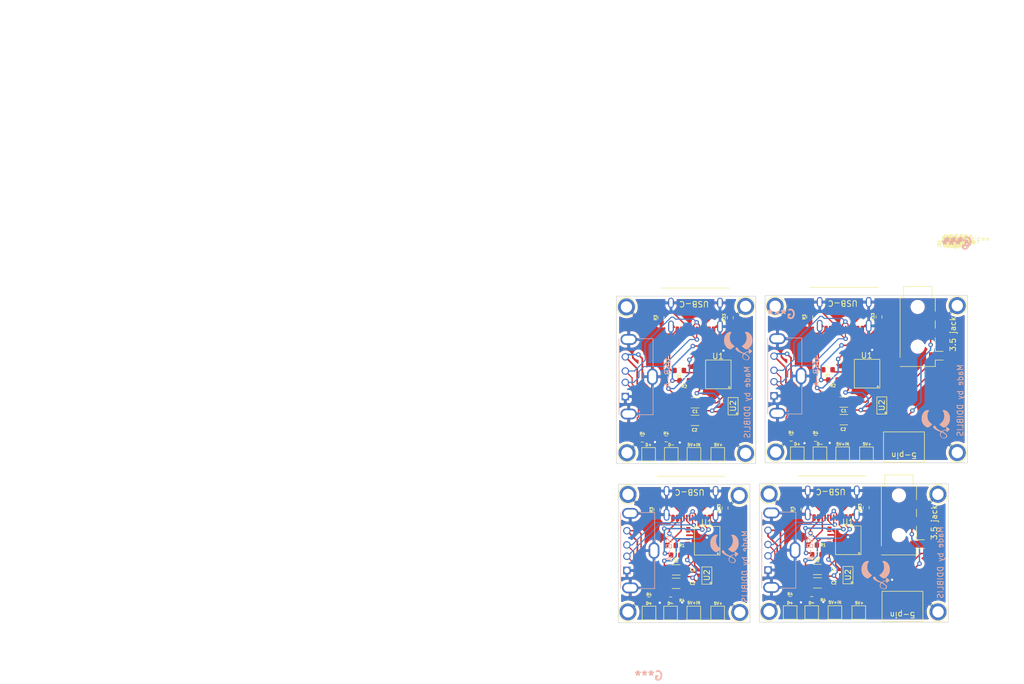
<source format=kicad_pcb>
(kicad_pcb (version 20211014) (generator pcbnew)
  (layers (0 "F.Cu" signal) (31 "B.Cu" signal) (34 "B.Paste" user) (35 "F.Paste" user) (36 "B.SilkS" user "B.Silkscreen") (37 "F.SilkS" user "F.Silkscreen") (38 "B.Mask" user) (39 "F.Mask" user) (44 "Edge.Cuts" user))
  (net 0 "")
  (net 1 "NC")
  (net 2 "TST")
  (net 3 "5V+")
  (net 4 "GND")
  (net 5 "D+")
  (net 6 "D-")
  (net 7 "CC1")
  (net 8 "CC2")
  (net 9 "VBUS")
  (net 10 "VIN")
  (net 11 "VBUSG")
  (net 12 "HPS")
  (net 13 "HRP")
  (net 14 "HPL")
  (footprint "Resistor_SMD:R_0603_1608Metric" (layer "F.Cu") (at 51.018229 40.08476)
    (fp_text reference "R4")
    (fp_text value "R_0603_1608Metric")
  )
  (footprint "Resistor_SMD:R_0603_1608Metric" (layer "F.Cu") (at 20.487989 40.21)
    (fp_text reference "R4")
    (fp_text value "R_0603_1608Metric")
  )
  (footprint "Resistor_SMD:R_0603_1608Metric" (layer "F.Cu") (at 46.718229 40.03476)
    (fp_text reference "R4")
    (fp_text value "R_0603_1608Metric")
  )
  (footprint "TestPoint:TestPoint_Pad_2.0x2.0mm" (layer "F.Cu") (at 29.562989 70.86)
    (fp_text reference "5V+IN")
    (fp_text value "TestPoint_Pad_2.0x2.0mm")
  )
  (footprint "TestPoint:TestPoint_Plated_Hole_D2.0mm" (layer "F.Cu") (at 38.687989 16.81)
    (fp_text reference "REF**")
    (fp_text value "TestPoint_Plated_Hole_D2.0mm")
  )
  (footprint "Resistor_SMD:R_0603_1608Metric" (layer "F.Cu") (at 35.062989 52.36 -90)
    (fp_text reference "R33")
    (fp_text value "R_0603_1608Metric")
  )
  (footprint "ucb-c adapter:IP2721" (layer "F.Cu") (at 31.912989 58.13 180)
    (fp_text reference "U1")
    (fp_text value "IP2721")
  )
  (footprint "Resistor_SMD:R_0603_1608Metric" (layer "F.Cu") (at 24.687989 40.16)
    (fp_text reference "R4")
    (fp_text value "R_0603_1608Metric")
  )
  (footprint "TestPoint:TestPoint_Pad_2.0x2.0mm" (layer "F.Cu") (at 25.462989 70.86)
    (fp_text reference "D-")
    (fp_text value "TestPoint_Pad_2.0x2.0mm")
  )
  (footprint "ucb-c adapter:LND01" (layer "F.Cu") (at 36.487989 34.41 90)
    (fp_text reference "U2")
    (fp_text value "LND01")
  )
  (footprint "Resistor_SMD:R_0603_1608Metric" (layer "F.Cu") (at 26.375489 60.66)
    (fp_text reference "R2")
    (fp_text value "R_0603_1608Metric")
  )
  (footprint "TestPoint:TestPoint_Pad_2.0x2.0mm" (layer "F.Cu") (at 55.798229 42.78476)
    (fp_text reference "5V+IN")
    (fp_text value "TestPoint_Pad_2.0x2.0mm")
  )
  (footprint "TestPoint:TestPoint_Pad_2.0x2.0mm" (layer "F.Cu") (at 51.798229 42.78476)
    (fp_text reference "D-")
    (fp_text value "TestPoint_Pad_2.0x2.0mm")
  )
  (footprint "Resistor_SMD:R_0603_1608Metric" (layer "F.Cu") (at 62.198229 18.68476 -90)
    (fp_text reference "R33")
    (fp_text value "R_0603_1608Metric")
  )
  (footprint "Resistor_SMD:R_0603_1608Metric" (layer "F.Cu") (at 25.562989 58.96)
    (fp_text reference "R1")
    (fp_text value "R_0603_1608Metric")
  )
  (footprint "TestPoint:TestPoint_Pad_2.0x2.0mm" (layer "F.Cu") (at 21.662989 70.86)
    (fp_text reference "D+")
    (fp_text value "TestPoint_Pad_2.0x2.0mm")
  )
  (footprint "Resistor_SMD:R_0603_1608Metric" (layer "F.Cu") (at 49.998229 18.68476 -90)
    (fp_text reference "R3")
    (fp_text value "R_0603_1608Metric")
  )
  (footprint "Resistor_SMD:R_0603_1608Metric" (layer "F.Cu") (at 23.787989 18.81 -90)
    (fp_text reference "R3")
    (fp_text value "R_0603_1608Metric")
  )
  (footprint "ucb-c adapter:usb-c  f" (layer "F.Cu") (at 53.957989 50.645 180)
    (fp_text reference "USB-C")
    (fp_text value "usb-c  f")
  )
  (footprint "TestPoint:TestPoint_Pad_2.0x2.0mm" (layer "F.Cu") (at 47.798229 42.78476)
    (fp_text reference "D+")
    (fp_text value "TestPoint_Pad_2.0x2.0mm")
  )
  (footprint "Resistor_SMD:R_0603_1608Metric" (layer "F.Cu") (at 53.198229 27.98476)
    (fp_text reference "R1")
    (fp_text value "R_0603_1608Metric")
  )
  (footprint "ucb-c adapter:5pin FPC" (layer "F.Cu") (at 66.337989 69.685 180)
    (fp_text reference "5-pin")
    (fp_text value "5pin FPC")
  )
  (footprint "TestPoint:TestPoint_Plated_Hole_D2.0mm" (layer "F.Cu") (at 72.612989 70.66)
    (fp_text reference "REF**")
    (fp_text value "TestPoint_Plated_Hole_D2.0mm")
  )
  (footprint "ucb-c adapter:IP2721" (layer "F.Cu") (at 60.098229 28.68476 180)
    (fp_text reference "U1")
    (fp_text value "IP2721")
  )
  (footprint "TestPoint:TestPoint_Pad_2.0x2.0mm" (layer "F.Cu") (at 33.787989 42.91)
    (fp_text reference "5V+")
    (fp_text value "TestPoint_Pad_2.0x2.0mm")
  )
  (footprint "TestPoint:TestPoint_Plated_Hole_D2.0mm" (layer "F.Cu") (at 42.837989 49.885)
    (fp_text reference "REF**")
    (fp_text value "TestPoint_Plated_Hole_D2.0mm")
  )
  (footprint "Resistor_SMD:R_0603_1608Metric" (layer "F.Cu") (at 21.662989 68.56)
    (fp_text reference "R4")
    (fp_text value "R_0603_1608Metric")
  )
  (footprint "Resistor_SMD:R_0603_1608Metric" (layer "F.Cu") (at 59.937989 52.285 -90)
    (fp_text reference "R33")
    (fp_text value "R_0603_1608Metric")
  )
  (footprint "Resistor_SMD:R_0603_1608Metric" (layer "F.Cu") (at 27.887989 29.91)
    (fp_text reference "R2")
    (fp_text value "R_0603_1608Metric")
  )
  (footprint "TestPoint:TestPoint_Pad_2.0x2.0mm" (layer "F.Cu") (at 58.637989 70.785)
    (fp_text reference "5V+")
    (fp_text value "TestPoint_Pad_2.0x2.0mm")
  )
  (footprint "TestPoint:TestPoint_Plated_Hole_D2.0mm" (layer "F.Cu") (at 17.787989 42.61)
    (fp_text reference "REF**")
    (fp_text value "TestPoint_Plated_Hole_D2.0mm")
  )
  (footprint "Capacitor_SMD:C_1206_3216Metric" (layer "F.Cu") (at 26.437989 65.635)
    (fp_text reference "C2")
    (fp_text value "C_1206_3216Metric")
  )
  (footprint "TestPoint:TestPoint_Plated_Hole_D2.0mm" (layer "F.Cu") (at 42.837989 70.585)
    (fp_text reference "REF**")
    (fp_text value "TestPoint_Plated_Hole_D2.0mm")
  )
  (footprint "TestPoint:TestPoint_Pad_2.0x2.0mm" (layer "F.Cu") (at 59.998229 42.78476)
    (fp_text reference "5V+")
    (fp_text value "TestPoint_Pad_2.0x2.0mm")
  )
  (footprint "Capacitor_SMD:C_1206_3216Metric" (layer "F.Cu") (at 51.337989 65.56)
    (fp_text reference "C2")
    (fp_text value "C_1206_3216Metric")
  )
  (footprint "ucb-c adapter:IP2721" (layer "F.Cu") (at 56.787989 58.055 180)
    (fp_text reference "U1")
    (fp_text value "IP2721")
  )
  (footprint "Capacitor_SMD:C_1206_3216Metric" (layer "F.Cu") (at 29.787989 36.91)
    (fp_text reference "C2")
    (fp_text value "C_1206_3216Metric")
  )
  (footprint "ucb-c adapter:LND01" (layer "F.Cu") (at 62.698229 34.28476 90)
    (fp_text reference "U2")
    (fp_text value "LND01")
  )
  (footprint "ucb-c adapter:usb-c  f" (layer "F.Cu") (at 29.857989 17.5475 180)
    (fp_text reference "USB-C")
    (fp_text value "usb-c  f")
  )
  (footprint "TestPoint:TestPoint_Plated_Hole_D2.0mm" (layer "F.Cu") (at 75.998229 42.58476)
    (fp_text reference "REF**")
    (fp_text value "TestPoint_Plated_Hole_D2.0mm")
  )
  (footprint "ucb-c adapter:usb-c  f" (layer "F.Cu") (at 56.068229 17.42226 180)
    (fp_text reference "USB-C")
    (fp_text value "usb-c  f")
  )
  (footprint "TestPoint:TestPoint_Pad_2.0x2.0mm" (layer "F.Cu") (at 50.337989 70.785)
    (fp_text reference "D-")
    (fp_text value "TestPoint_Pad_2.0x2.0mm")
  )
  (footprint "Resistor_SMD:R_0603_1608Metric" (layer "F.Cu") (at 23.062989 52.66 -90)
    (fp_text reference "R3")
    (fp_text value "R_0603_1608Metric")
  )
  (footprint "Resistor_SMD:R_0603_1608Metric" (layer "F.Cu") (at 50.437989 58.885)
    (fp_text reference "R1")
    (fp_text value "R_0603_1608Metric")
  )
  (footprint "Resistor_SMD:R_0603_1608Metric" (layer "F.Cu") (at 46.537989 68.485)
    (fp_text reference "R4")
    (fp_text value "R_0603_1608Metric")
  )
  (footprint "TestPoint:TestPoint_Plated_Hole_D2.0mm" (layer "F.Cu") (at 17.962989 49.96)
    (fp_text reference "REF**")
    (fp_text value "TestPoint_Plated_Hole_D2.0mm")
  )
  (footprint "TestPoint:TestPoint_Pad_2.0x2.0mm" (layer "F.Cu") (at 54.437989 70.785)
    (fp_text reference "5V+IN")
    (fp_text value "TestPoint_Pad_2.0x2.0mm")
  )
  (footprint "Capacitor_SMD:C_1206_3216Metric" (layer "F.Cu") (at 29.787989 33.81)
    (fp_text reference "C1")
    (fp_text value "C_1206_3216Metric")
  )
  (footprint "Resistor_SMD:R_0603_1608Metric" (layer "F.Cu") (at 50.337989 68.485)
    (fp_text reference "R4")
    (fp_text value "R_0603_1608Metric")
  )
  (footprint "Capacitor_SMD:C_1206_3216Metric" (layer "F.Cu") (at 55.998229 36.78476)
    (fp_text reference "C2")
    (fp_text value "C_1206_3216Metric")
  )
  (footprint "TestPoint:TestPoint_Plated_Hole_D2.0mm" (layer "F.Cu") (at 43.998229 42.48476)
    (fp_text reference "REF**")
    (fp_text value "TestPoint_Plated_Hole_D2.0mm")
  )
  (footprint "Resistor_SMD:R_0603_1608Metric" (layer "F.Cu") (at 51.250489 60.585)
    (fp_text reference "R2")
    (fp_text value "R_0603_1608Metric")
  )
  (footprint "ucb-c adapter:LND01" (layer "F.Cu") (at 31.862989 64.26 90)
    (fp_text reference "U2")
    (fp_text value "LND01")
  )
  (footprint "TestPoint:TestPoint_Pad_2.0x2.0mm" (layer "F.Cu") (at 29.587989 42.91)
    (fp_text reference "5V+IN")
    (fp_text value "TestPoint_Pad_2.0x2.0mm")
  )
  (footprint "ucb-c adapter:IP2721" (layer "F.Cu") (at 33.887989 28.81 180)
    (fp_text reference "U1")
    (fp_text value "IP2721")
  )
  (footprint "Capacitor_SMD:C_1206_3216Metric" (layer "F.Cu") (at 26.462989 63.26)
    (fp_text reference "C1")
    (fp_text value "C_1206_3216Metric")
  )
  (footprint "TestPoint:TestPoint_Pad_2.0x2.0mm" (layer "F.Cu") (at 33.762989 70.86)
    (fp_text reference "5V+")
    (fp_text value "TestPoint_Pad_2.0x2.0mm")
  )
  (footprint "TestPoint:TestPoint_Plated_Hole_D2.0mm" (layer "F.Cu") (at 38.687989 42.71)
    (fp_text reference "REF**")
    (fp_text value "TestPoint_Plated_Hole_D2.0mm")
  )
  (footprint "ucb-c adapter:usb-c  f" (layer "F.Cu") (at 29.082989 50.72 180)
    (fp_text reference "USB-C")
    (fp_text value "usb-c  f")
  )
  (footprint "TestPoint:TestPoint_Plated_Hole_D2.0mm" (layer "F.Cu") (at 75.998229 16.68476)
    (fp_text reference "REF**")
    (fp_text value "TestPoint_Plated_Hole_D2.0mm")
  )
  (footprint "Resistor_SMD:R_0603_1608Metric" (layer "F.Cu") (at 47.937989 52.585 -90)
    (fp_text reference "R3")
    (fp_text value "R_0603_1608Metric")
  )
  (footprint "TestPoint:TestPoint_Pad_2.0x2.0mm" (layer "F.Cu") (at 21.587989 42.91)
    (fp_text reference "D+")
    (fp_text value "TestPoint_Pad_2.0x2.0mm")
  )
  (footprint "TestPoint:TestPoint_Plated_Hole_D2.0mm" (layer "F.Cu") (at 37.562989 50.16)
    (fp_text reference "REF**")
    (fp_text value "TestPoint_Plated_Hole_D2.0mm")
  )
  (footprint "TestPoint:TestPoint_Pad_2.0x2.0mm" (layer "F.Cu") (at 25.587989 42.91)
    (fp_text reference "D-")
    (fp_text value "TestPoint_Pad_2.0x2.0mm")
  )
  (footprint "Connector_Audio:Jack_3.5mm_PJ320D_Horizontal" (layer "F.Cu") (at 65.712989 54.9 -90)
    (fp_text reference "3.5 jack")
    (fp_text value "Jack_3.5mm_PJ320D_Horizontal")
  )
  (footprint "ucb-c adapter:LND01" (layer "F.Cu") (at 56.737989 64.185 90)
    (fp_text reference "U2")
    (fp_text value "LND01")
  )
  (footprint "Capacitor_SMD:C_1206_3216Metric" (layer "F.Cu") (at 55.998229 33.68476)
    (fp_text reference "C1")
    (fp_text value "C_1206_3216Metric")
  )
  (footprint "TestPoint:TestPoint_Plated_Hole_D2.0mm" (layer "F.Cu") (at 17.687989 16.91)
    (fp_text reference "REF**")
    (fp_text value "TestPoint_Plated_Hole_D2.0mm")
  )
  (footprint "TestPoint:TestPoint_Plated_Hole_D2.0mm" (layer "F.Cu") (at 17.962989 70.66)
    (fp_text reference "REF**")
    (fp_text value "TestPoint_Plated_Hole_D2.0mm")
  )
  (footprint "Resistor_SMD:R_0603_1608Metric" (layer "F.Cu") (at 26.987989 28.11)
    (fp_text reference "R1")
    (fp_text value "R_0603_1608Metric")
  )
  (footprint "Resistor_SMD:R_0603_1608Metric" (layer "F.Cu") (at 35.987989 18.81 -90)
    (fp_text reference "R33")
    (fp_text value "R_0603_1608Metric")
  )
  (footprint "Resistor_SMD:R_0603_1608Metric" (layer "F.Cu") (at 54.098229 29.78476)
    (fp_text reference "R2")
    (fp_text value "R_0603_1608Metric")
  )
  (footprint "TestPoint:TestPoint_Pad_2.0x2.0mm" (layer "F.Cu") (at 46.537989 70.785)
    (fp_text reference "D+")
    (fp_text value "TestPoint_Pad_2.0x2.0mm")
  )
  (footprint "TestPoint:TestPoint_Plated_Hole_D2.0mm" (layer "F.Cu") (at 72.587989 49.935)
    (fp_text reference "REF**")
    (fp_text value "TestPoint_Plated_Hole_D2.0mm")
  )
  (footprint "Connector_Audio:Jack_3.5mm_PJ320D_Horizontal" (layer "F.Cu") (at 69.018229 21.68476 -90)
    (fp_text reference "3.5 jack")
    (fp_text value "Jack_3.5mm_PJ320D_Horizontal")
  )
  (footprint "Capacitor_SMD:C_1206_3216Metric" (layer "F.Cu") (at 51.337989 63.185)
    (fp_text reference "C1")
    (fp_text value "C_1206_3216Metric")
  )
  (footprint "TestPoint:TestPoint_Plated_Hole_D2.0mm" (layer "F.Cu") (at 43.898229 16.78476)
    (fp_text reference "REF**")
    (fp_text value "TestPoint_Plated_Hole_D2.0mm")
  )
  (footprint "Resistor_SMD:R_0603_1608Metric" (layer "F.Cu") (at 25.462989 68.56)
    (fp_text reference "R4")
    (fp_text value "R_0603_1608Metric")
  )
  (footprint "ucb-c adapter:5pin FPC" (layer "F.Cu") (at 66.598229 41.58476 180)
    (fp_text reference "5-pin")
    (fp_text value "5pin FPC")
  )
  (footprint "TestPoint:TestPoint_Plated_Hole_D2.0mm" (layer "F.Cu") (at 37.662989 70.76)
    (fp_text reference "REF**")
    (fp_text value "TestPoint_Plated_Hole_D2.0mm")
  )
  (footprint "Connector_USB:USB_A_Molex_105057_Vertical" (layer "B.Cu") (at 42.637989 63.285 90)
    (fp_text reference "USB-A")
    (fp_text value "USB_A_Molex_105057_Vertical")
  )
  (footprint "graphics:iblis 5mm" (layer "B.Cu") (at 37.387989 23.81 180)
    (fp_text reference "G***")
    (fp_text value "LOGO" hide)
  )
  (footprint "graphics:iblis 5mm" (layer "B.Cu") (at 34.962989 59.56 180)
    (fp_text reference "G***")
    (fp_text value "LOGO" hide)
  )
  (footprint "graphics:iblis 5mm" (layer "B.Cu") (at 72.218229 37.58476 180)
    (fp_text reference "G***")
    (fp_text value "LOGO" hide)
  )
  (footprint "Connector_USB:USB_A_Molex_105057_Vertical" (layer "B.Cu") (at 17.487989 32.71 90)
    (fp_text reference "USB-A")
    (fp_text value "USB_A_Molex_105057_Vertical")
  )
  (footprint "graphics:iblis 5mm" (layer "B.Cu") (at 61.612989 64.185 180)
    (fp_text reference "G***")
    (fp_text value "LOGO" hide)
  )
  (footprint "Connector_USB:USB_A_Molex_105057_Vertical" (layer "B.Cu") (at 43.698229 32.58476 90)
    (fp_text reference "USB-A")
    (fp_text value "USB_A_Molex_105057_Vertical")
  )
  (footprint "Connector_USB:USB_A_Molex_105057_Vertical" (layer "B.Cu") (at 17.762989 63.36 90)
    (fp_text reference "USB-A")
    (fp_text value "USB_A_Molex_105057_Vertical")
  )
  (gr_rect (start 15.907989 15.01) (end 40.487989 44.51) (layer "Edge.Cuts") (width 0.1) (fill none))
  (gr_rect (start 41.137989 48.085) (end 74.437989 72.485) (layer "Edge.Cuts") (width 0.1) (fill none))
  (gr_rect (start 16.262989 48.16) (end 39.462989 72.56) (layer "Edge.Cuts") (width 0.1) (fill none))
  (gr_rect (start 42.118229 14.88476) (end 77.798229 44.38476) (layer "Edge.Cuts") (width 0.1) (fill none))
  (gr_text "Made by DDIBLIS\n" (at 38.987989 33.71 90) (layer "B.SilkS") (effects (font (size 1 1)) (justify mirror)))
  (gr_text "Made by DDIBLIS\n" (at 76.518229 33.38476 90) (layer "B.SilkS") (effects (font (size 1 1)) (justify mirror)))
  (gr_text "Made by DDIBLIS\n" (at 73.037989 61.96 90) (layer "B.SilkS") (effects (font (size 1 1)) (justify mirror)))
  (gr_text "Made by DDIBLIS\n" (at 38.562989 62.66 90) (layer "B.SilkS") (effects (font (size 1 1)) (justify mirror)))
  (segment (start 29.562989 70.86) (end 29.562989 68.36) (width 0.3) (layer "F.Cu") (net 3))
  (segment (start 57.473229 36.78476) (end 59.735729 39.04726) (width 0.3) (layer "F.Cu") (net 3))
  (segment (start 19.587989 30.41) (end 21.787989 32.61) (width 0.3) (layer "F.Cu") (net 3))
  (segment (start 55.862989 66.91) (end 55.762989 67.01) (width 0.3) (layer "F.Cu") (net 3))
  (segment (start 23.862989 67.66) (end 21.712989 65.51) (width 0.3) (layer "F.Cu") (net 3))
  (segment (start 21.712989 65.51) (end 21.712989 64.635) (width 0.3) (layer "F.Cu") (net 3))
  (segment (start 20.487989 26.01) (end 19.787989 25.31) (width 0.3) (layer "F.Cu") (net 3))
  (segment (start 52.812989 65.56) (end 54.512989 65.56) (width 0.3) (layer "F.Cu") (net 3))
  (segment (start 42.637989 57.31) (end 42.637989 56.285) (width 0.3) (layer "F.Cu") (net 3))
  (segment (start 20.262989 60.46) (end 20.262989 56.885) (width 0.25) (layer "F.Cu") (net 3))
  (segment (start 27.912989 65.635) (end 29.637989 65.635) (width 0.25) (layer "F.Cu") (net 3))
  (segment (start 46.698229 25.88476) (end 45.998229 25.18476) (width 0.3) (layer "F.Cu") (net 3))
  (segment (start 21.712989 64.635) (end 21.712989 63.185) (width 0.3) (layer "F.Cu") (net 3))
  (segment (start 55.862989 66.91) (end 56.787989 67.835) (width 0.3) (layer "F.Cu") (net 3))
  (segment (start 31.912989 67.91) (end 33.762989 69.76) (width 0.25) (layer "F.Cu") (net 3))
  (segment (start 48.587989 67.485) (end 46.462989 65.36) (width 0.3) (layer "F.Cu") (net 3))
  (segment (start 49.598229 38.78476) (end 52.898229 38.78476) (width 0.3) (layer "F.Cu") (net 3))
  (segment (start 59.735729 39.04726) (end 54.160729 39.04726) (width 0.3) (layer "F.Cu") (net 3))
  (segment (start 45.798229 30.28476) (end 47.998229 32.48476) (width 0.3) (layer "F.Cu") (net 3))
  (segment (start 28.862989 67.66) (end 23.862989 67.66) (width 0.3) (layer "F.Cu") (net 3))
  (segment (start 17.487989 25.71) (end 19.587989 27.81) (width 0.3) (layer "F.Cu") (net 3))
  (segment (start 22.787989 36.61) (end 22.787989 32.31) (width 0.3) (layer "F.Cu") (net 3))
  (segment (start 33.525489 39.1725) (end 27.950489 39.1725) (width 0.3) (layer "F.Cu") (net 3))
  (segment (start 46.462989 63.135) (end 44.262989 60.935) (width 0.3) (layer "F.Cu") (net 3))
  (segment (start 27.950489 39.1725) (end 25.987989 37.21) (width 0.3) (layer "F.Cu") (net 3))
  (segment (start 43.698229 25.58476) (end 45.798229 27.68476) (width 0.3) (layer "F.Cu") (net 3))
  (segment (start 59.998229 39.30976) (end 59.998229 42.78476) (width 0.3) (layer "F.Cu") (net 3))
  (segment (start 33.525489 39.1725) (end 33.787989 39.435) (width 0.3) (layer "F.Cu") (net 3))
  (segment (start 46.462989 65.31) (end 46.462989 63.135) (width 0.3) (layer "F.Cu") (net 3))
  (segment (start 44.262989 58.935) (end 42.637989 57.31) (width 0.3) (layer "F.Cu") (net 3))
  (segment (start 48.812989 67.01) (end 46.962989 65.16) (width 0.3) (layer "F.Cu") (net 3))
  (segment (start 54.512989 65.56) (end 55.862989 66.91) (width 0.3) (layer "F.Cu") (net 3))
  (segment (start 46.962989 62.835) (end 44.837989 60.71) (width 0.3) (layer "F.Cu") (net 3))
  (segment (start 59.735729 39.04726) (end 59.998229 39.30976) (width 0.3) (layer "F.Cu") (net 3))
  (segment (start 44.262989 60.935) (end 44.262989 58.935) (width 0.3) (layer "F.Cu") (net 3))
  (segment (start 22.787989 32.31) (end 20.487989 30.01) (width 0.3) (layer "F.Cu") (net 3))
  (segment (start 20.262989 56.885) (end 19.737989 56.36) (width 0.25) (layer "F.Cu") (net 3))
  (segment (start 19.587989 27.81) (end 19.587989 30.41) (width 0.3) (layer "F.Cu") (net 3))
  (segment (start 48.998229 36.48476) (end 48.998229 32.18476) (width 0.3) (layer "F.Cu") (net 3))
  (segment (start 26.687989 38.91) (end 29.587989 41.81) (width 0.3) (layer "F.Cu") (net 3))
  (segment (start 23.387989 37.21) (end 22.787989 36.61) (width 0.3) (layer "F.Cu") (net 3))
  (segment (start 23.387989 38.91) (end 26.687989 38.91) (width 0.3) (layer "F.Cu") (net 3))
  (segment (start 56.787989 67.835) (end 58.637989 69.685) (width 0.3) (layer "F.Cu") (net 3))
  (segment (start 24.062989 67.085) (end 22.262989 65.285) (width 0.25) (layer "F.Cu") (net 3))
  (segment (start 25.987989 37.21) (end 23.387989 37.21) (width 0.3) (layer "F.Cu") (net 3))
  (segment (start 55.798229 41.68476) (end 55.798229 42.78476) (width 0.3) (layer "F.Cu") (net 3))
  (segment (start 44.412989 56.285) (end 42.637989 56.285) (width 0.3) (layer "F.Cu") (net 3))
  (segment (start 55.762989 67.01) (end 48.812989 67.01) (width 0.3) (layer "F.Cu") (net 3))
  (segment (start 22.262989 65.285) (end 22.262989 62.46) (width 0.25) (layer "F.Cu") (net 3))
  (segment (start 31.087989 67.085) (end 24.062989 67.085) (width 0.25) (layer "F.Cu") (net 3))
  (segment (start 29.587989 41.81) (end 29.587989 42.91) (width 0.3) (layer "F.Cu") (net 3))
  (segment (start 19.612989 58.21) (end 17.762989 56.36) (width 0.3) (layer "F.Cu") (net 3))
  (segment (start 44.837989 56.71) (end 44.412989 56.285) (width 0.3) (layer "F.Cu") (net 3))
  (segment (start 21.787989 37.31) (end 23.387989 38.91) (width 0.3) (layer "F.Cu") (net 3))
  (segment (start 31.087989 67.085) (end 31.912989 67.91) (width 0.25) (layer "F.Cu") (net 3))
  (segment (start 19.737989 56.36) (end 17.762989 56.36) (width 0.25) (layer "F.Cu") (net 3))
  (segment (start 47.998229 37.18476) (end 49.598229 38.78476) (width 0.3) (layer "F.Cu") (net 3))
  (segment (start 19.612989 61.085) (end 19.612989 58.21) (width 0.3) (layer "F.Cu") (net 3))
  (segment (start 47.998229 32.48476) (end 47.998229 37.18476) (width 0.3) (layer "F.Cu") (net 3))
  (segment (start 29.637989 65.635) (end 31.087989 67.085) (width 0.25) (layer "F.Cu") (net 3))
  (segment (start 54.437989 70.785) (end 54.437989 68.285) (width 0.3) (layer "F.Cu") (net 3))
  (segment (start 29.562989 68.36) (end 28.862989 67.66) (width 0.3) (layer "F.Cu") (net 3))
  (segment (start 33.762989 69.76) (end 33.762989 70.86) (width 0.25) (layer "F.Cu") (net 3))
  (segment (start 22.262989 62.46) (end 20.262989 60.46) (width 0.25) (layer "F.Cu") (net 3))
  (segment (start 49.598229 37.08476) (end 48.998229 36.48476) (width 0.3) (layer "F.Cu") (net 3))
  (segment (start 21.712989 63.185) (end 19.612989 61.085) (width 0.3) (layer "F.Cu") (net 3))
  (segment (start 21.787989 32.61) (end 21.787989 37.31) (width 0.3) (layer "F.Cu") (net 3))
  (segment (start 46.698229 29.88476) (end 46.698229 25.88476) (width 0.3) (layer "F.Cu") (net 3))
  (segment (start 44.837989 60.71) (end 44.837989 56.71) (width 0.3) (layer "F.Cu") (net 3))
  (segment (start 52.898229 38.78476) (end 55.798229 41.68476) (width 0.3) (layer "F.Cu") (net 3))
  (segment (start 52.198229 37.08476) (end 49.598229 37.08476) (width 0.3) (layer "F.Cu") (net 3))
  (segment (start 46.962989 65.16) (end 46.962989 62.835) (width 0.3) (layer "F.Cu") (net 3))
  (segment (start 54.437989 68.285) (end 53.637989 67.485) (width 0.3) (layer "F.Cu") (net 3))
  (segment (start 31.262989 36.91) (end 33.525489 39.1725) (width 0.3) (layer "F.Cu") (net 3))
  (segment (start 53.637989 67.485) (end 48.587989 67.485) (width 0.3) (layer "F.Cu") (net 3))
  (segment (start 54.160729 39.04726) (end 52.198229 37.08476) (width 0.3) (layer "F.Cu") (net 3))
  (segment (start 48.998229 32.18476) (end 46.698229 29.88476) (width 0.3) (layer "F.Cu") (net 3))
  (segment (start 45.798229 27.68476) (end 45.798229 30.28476) (width 0.3) (layer "F.Cu") (net 3))
  (segment (start 20.487989 30.01) (end 20.487989 26.01) (width 0.3) (layer "F.Cu") (net 3))
  (segment (start 33.787989 39.435) (end 33.787989 42.91) (width 0.3) (layer "F.Cu") (net 3))
  (segment (start 58.637989 69.685) (end 58.637989 70.785) (width 0.3) (layer "F.Cu") (net 3))
  (via (at 45.998229 25.18476) (size 0.8) (drill 0.4) (layers "F.Cu" "B.Cu") (net 3))
  (via (at 19.787989 25.31) (size 0.8) (drill 0.4) (layers "F.Cu" "B.Cu") (net 3))
  (segment (start 18.162989 55.96) (end 17.762989 56.36) (width 0.3) (layer "B.Cu") (net 3))
  (segment (start 44.098229 25.18476) (end 43.698229 25.58476) (width 0.3) (layer "B.Cu") (net 3))
  (segment (start 45.998229 25.18476) (end 44.098229 25.18476) (width 0.3) (layer "B.Cu") (net 3))
  (segment (start 43.037989 55.885) (end 42.637989 56.285) (width 0.3) (layer "B.Cu") (net 3))
  (segment (start 19.787989 25.31) (end 17.887989 25.31) (width 0.3) (layer "B.Cu") (net 3))
  (segment (start 17.887989 25.31) (end 17.487989 25.71) (width 0.3) (layer "B.Cu") (net 3))
  (segment (start 56.417989 57.085) (end 53.457989 57.085) (width 0.25) (layer "F.Cu") (net 4))
  (segment (start 60.998229 24.48476) (end 60.998229 26.150416) (width 0.25) (layer "F.Cu") (net 4))
  (segment (start 59.898229 21.78476) (end 59.268229 21.15476) (width 0.25) (layer "F.Cu") (net 4))
  (segment (start 22.722564 40.727766) (end 22.204798 40.21) (width 0.25) (layer "F.Cu") (net 4))
  (segment (start 50.998229 21.58476) (end 52.095729 21.58476) (width 0.25) (layer "F.Cu") (net 4))
  (segment (start 23.062989 53.96) (end 24.162989 55.06) (width 0.25) (layer "F.Cu") (net 4))
  (segment (start 34.487989 21.91) (end 33.687989 21.91) (width 0.25) (layer "F.Cu") (net 4))
  (segment (start 49.068229 40.93476) (end 49.118229 40.98476) (width 0.25) (layer "F.Cu") (net 4))
  (segment (start 48.168229 40.03476) (end 49.068229 40.93476) (width 0.25) (layer "F.Cu") (net 4))
  (segment (start 49.998229 20.58476) (end 50.998229 21.58476) (width 0.25) (layer "F.Cu") (net 4))
  (segment (start 49.037989 54.985) (end 50.237989 54.985) (width 0.25) (layer "F.Cu") (net 4))
  (segment (start 25.885489 21.71) (end 26.657989 20.9375) (width 0.25) (layer "F.Cu") (net 4))
  (segment (start 34.787989 24.61) (end 34.787989 26.275656) (width 0.25) (layer "F.Cu") (net 4))
  (segment (start 27.062989 68.56) (end 27.512989 69.01) (width 0.25) (layer "F.Cu") (net 4))
  (segment (start 47.937989 53.41) (end 47.937989 53.885) (width 0.25) (layer "F.Cu") (net 4))
  (segment (start 62.198229 19.50976) (end 62.198229 20.28476) (width 0.25) (layer "F.Cu") (net 4))
  (segment (start 57.737989 54.885) (end 57.157989 54.305) (width 0.25) (layer "F.Cu") (net 4))
  (segment (start 57.157989 54.305) (end 57.157989 54.035) (width 0.25) (layer "F.Cu") (net 4))
  (segment (start 35.062989 54.06) (end 34.162989 54.96) (width 0.25) (layer "F.Cu") (net 4))
  (segment (start 48.437989 68.985) (end 47.937989 68.485) (width 0.25) (layer "F.Cu") (net 4))
  (segment (start 64.5 65) (end 65.337989 65.837989) (width 0.25) (layer "F.Cu") (net 4))
  (segment (start 51.843229 40.08476) (end 52.718229 40.08476) (width 0.25) (layer "F.Cu") (net 4))
  (segment (start 60.057989 57.735) (end 57.067989 57.735) (width 0.25) (layer "F.Cu") (net 4))
  (segment (start 59.937989 53.11) (end 59.937989 53.985) (width 0.25) (layer "F.Cu") (net 4))
  (segment (start 59.037989 54.885) (end 57.737989 54.885) (width 0.25) (layer "F.Cu") (net 4))
  (segment (start 26.287989 68.56) (end 27.062989 68.56) (width 0.25) (layer "F.Cu") (net 4))
  (segment (start 59.268229 21.15476) (end 59.268229 20.81226) (width 0.25) (layer "F.Cu") (net 4))
  (segment (start 35.062989 53.185) (end 35.062989 54.06) (width 0.25) (layer "F.Cu") (net 4))
  (segment (start 32.192989 57.81) (end 31.542989 57.16) (width 0.25) (layer "F.Cu") (net 4))
  (segment (start 35.987989 19.635) (end 35.987989 20.41) (width 0.25) (layer "F.Cu") (net 4))
  (segment (start 22.204798 40.21) (end 21.312989 40.21) (width 0.25) (layer "F.Cu") (net 4))
  (segment (start 63.368229 28.36476) (end 60.378229 28.36476) (width 0.25) (layer "F.Cu") (net 4))
  (segment (start 60.698229 21.78476) (end 59.898229 21.78476) (width 0.25) (layer "F.Cu") (net 4))
  (segment (start 47.937989 68.485) (end 47.362989 68.485) (width 0.25) (layer "F.Cu") (net 4))
  (segment (start 66.048229 26.60976) (end 65.598229 27.05976) (width 0.25) (layer "F.Cu") (net 4))
  (segment (start 32.282989 54.38) (end 32.282989 54.11) (width 0.25) (layer "F.Cu") (net 4))
  (segment (start 23.787989 20.71) (end 24.787989 21.71) (width 0.25) (layer "F.Cu") (net 4))
  (segment (start 60.998229 26.150416) (end 63.212573 28.36476) (width 0.25) (layer "F.Cu") (net 4))
  (segment (start 33.057989 21.28) (end 33.057989 20.9375) (width 0.25) (layer "F.Cu") (net 4))
  (segment (start 24.162989 55.06) (end 25.362989 55.06) (width 0.25) (layer "F.Cu") (net 4))
  (segment (start 23.062989 68.56) (end 22.487989 68.56) (width 0.25) (layer "F.Cu") (net 4))
  (segment (start 27.512989 69.01) (end 27.562989 69.06) (width 0.25) (layer "F.Cu") (net 4))
  (segment (start 34.162989 54.96) (end 32.862989 54.96) (width 0.25) (layer "F.Cu") (net 4))
  (segment (start 59.728229 27.71476) (end 56.768229 27.71476) (width 0.25) (layer "F.Cu") (net 4))
  (segment (start 51.162989 68.485) (end 51.937989 68.485) (width 0.25) (layer "F.Cu") (net 4))
  (segment (start 26.437989 40.16) (end 27.087989 40.81) (width 0.25) (layer "F.Cu") (net 4))
  (segment (start 25.362989 55.06) (end 25.882989 54.54) (width 0.25) (layer "F.Cu") (net 4))
  (segment (start 51.937989 68.485) (end 52.387989 68.935) (width 0.25) (layer "F.Cu") (net 4))
  (segment (start 63.212573 28.36476) (end 63.368229 28.36476) (width 0.25) (layer "F.Cu") (net 4))
  (segment (start 34.167989 28.49) (end 33.517989 27.84) (width 0.25) (layer "F.Cu") (net 4))
  (segment (start 31.542989 57.16) (end 28.582989 57.16) (width 0.25) (layer "F.Cu") (net 4))
  (segment (start 25.512989 40.16) (end 26.437989 40.16) (width 0.25) (layer "F.Cu") (net 4))
  (segment (start 52.387989 68.935) (end 52.437989 68.985) (width 0.25) (layer "F.Cu") (net 4))
  (segment (start 23.062989 53.485) (end 23.062989 53.96) (width 0.25) (layer "F.Cu") (net 4))
  (segment (start 47.543229 40.03476) (end 48.168229 40.03476) (width 0.25) (layer "F.Cu") (net 4))
  (segment (start 47.937989 53.885) (end 49.037989 54.985) (width 0.25) (layer "F.Cu") (net 4))
  (segment (start 59.937989 53.985) (end 59.037989 54.885) (width 0.25) (layer "F.Cu") (net 4))
  (segment (start 57.067989 57.735) (end 56.417989 57.085) (width 0.25) (layer "F.Cu") (net 4))
  (segment (start 50.237989 54.985) (end 50.757989 54.465) (width 0.25) (layer "F.Cu") (net 4))
  (segment (start 52.095729 21.58476) (end 52.868229 20.81226) (width 0.25) (layer "F.Cu") (net 4))
  (segment (start 24.787989 21.71) (end 25.885489 21.71) (width 0.25) (layer "F.Cu") (net 4))
  (segment (start 65.337989 65.837989) (end 65.337989 66.285) (width 0.25) (layer "F.Cu") (net 4))
  (segment (start 60.378229 28.36476) (end 59.728229 27.71476) (width 0.25) (layer "F.Cu") (net 4))
  (segment (start 37.002333 28.49) (end 37.157989 28.49) (width 0.25) (layer "F.Cu") (net 4))
  (segment (start 23.787989 19.635) (end 23.787989 20.71) (width 0.25) (layer "F.Cu") (net 4))
  (segment (start 65.598229 27.05976) (end 65.598229 38.18476) (width 0.25) (layer "F.Cu") (net 4))
  (segment (start 62.462989 59.94) (end 63.042989 59.94) (width 0.25) (layer "F.Cu") (net 4))
  (segment (start 33.517989 27.84) (end 30.557989 27.84) (width 0.25) (layer "F.Cu") (net 4))
  (segment (start 49.998229 19.50976) (end 49.998229 20.58476) (width 0.25) (layer "F.Cu") (net 4))
  (segment (start 35.182989 57.81) (end 32.192989 57.81) (width 0.25) (layer "F.Cu") (net 4))
  (segment (start 37.157989 28.49) (end 34.167989 28.49) (width 0.25) (layer "F.Cu") (net 4))
  (segment (start 34.787989 26.275656) (end 37.002333 28.49) (width 0.25) (layer "F.Cu") (net 4))
  (segment (start 35.987989 20.41) (end 34.487989 21.91) (width 0.25) (layer "F.Cu") (net 4))
  (segment (start 23.562989 69.06) (end 23.062989 68.56) (width 0.25) (layer "F.Cu") (net 4))
  (segment (start 52.718229 40.08476) (end 53.518229 40.88476) (width 0.25) (layer "F.Cu") (net 4))
  (segment (start 32.862989 54.96) (end 32.282989 54.38) (width 0.25) (layer "F.Cu") (net 4))
  (segment (start 33.687989 21.91) (end 33.057989 21.28) (width 0.25) (layer "F.Cu") (net 4))
  (segment (start 62.198229 20.28476) (end 60.698229 21.78476) (width 0.25) (layer "F.Cu") (net 4))
  (segment (start 50.757989 54.465) (end 50.757989 54.035) (width 0.25) (layer "F.Cu") (net 4))
  (segment (start 25.882989 54.54) (end 25.882989 54.11) (width 0.25) (layer "F.Cu") (net 4))
  (via (at 52.387989 68.935) (size 0.8) (drill 0.4) (layers "F.Cu" "B.Cu") (net 4))
  (via (at 23.562989 69.06) (size 0.8) (drill 0.4) (layers "F.Cu" "B.Cu") (net 4))
  (via (at 34.787989 24.61) (size 0.8) (drill 0.4) (layers "F.Cu" "B.Cu") (net 4))
  (via (at 22.722564 40.727766) (size 0.8) (drill 0.4) (layers "F.Cu" "B.Cu") (net 4))
  (via (at 60.998229 24.48476) (size 0.8) (drill 0.4) (layers "F.Cu" "B.Cu") (net 4))
  (via (at 31.862989 57.56) (size 0.8) (drill 0.4) (layers "F.Cu" "B.Cu") (net 4))
  (via (at 64.5 65) (size 0.8) (drill 0.4) (layers "F.Cu" "B.Cu") (net 4))
  (via (at 49.068229 40.93476) (size 0.8) (drill 0.4) (layers "F.Cu" "B.Cu") (net 4))
  (via (at 53.518229 40.88476) (size 0.8) (drill 0.4) (layers "F.Cu" "B.Cu") (net 4))
  (via (at 27.087989 40.81) (size 0.8) (drill 0.4) (layers "F.Cu" "B.Cu") (net 4))
  (via (at 56.737989 57.485) (size 0.8) (drill 0.4) (layers "F.Cu" "B.Cu") (net 4))
  (via (at 48.437989 68.985) (size 0.8) (drill 0.4) (layers "F.Cu" "B.Cu") (net 4))
  (via (at 27.512989 69.01) (size 0.8) (drill 0.4) (layers "F.Cu" "B.Cu") (net 4))
  (segment (start 54.207989 55.055) (end 54.207989 54.035) (width 0.2) (layer "F.Cu") (net 5))
  (segment (start 30.004049 22.65) (end 29.067989 21.71394) (width 0.2) (layer "F.Cu") (net 5))
  (segment (start 29.562989 55.36) (end 29.332989 55.13) (width 0.2) (layer "F.Cu") (net 5))
  (segment (start 54.437989 55.285) (end 53.924049 55.285) (width 0.2) (layer "F.Cu") (net 5))
  (segment (start 21.662989 69.385) (end 21.662989 70.86) (width 0.2) (layer "F.Cu") (net 5))
  (segment (start 20.837989 63.935) (end 20.837989 68.56) (width 0.2) (layer "F.Cu") (net 5))
  (segment (start 17.762989 60.86) (end 20.837989 63.935) (width 0.2) (layer "F.Cu") (net 5))
  (segment (start 28.332989 54.64394) (end 28.332989 54.11) (width 0.2) (layer "F.Cu") (net 5))
  (segment (start 29.067989 21.71394) (end 29.067989 21.18) (width 0.2) (layer "F.Cu") (net 5))
  (segment (start 30.067989 22.61) (end 30.067989 21.18) (width 0.2) (layer "F.Cu") (net 5))
  (segment (start 45.818229 40.80476) (end 45.818229 36.331137) (width 0.2) (layer "F.Cu") (net 5))
  (segment (start 56.318229 22.52476) (end 56.214289 22.52476) (width 0.2) (layer "F.Cu") (net 5))
  (segment (start 29.332989 55.13) (end 29.332989 54.11) (width 0.2) (layer "F.Cu") (net 5))
  (segment (start 30.107989 22.65) (end 30.067989 22.61) (width 0.2) (layer "F.Cu") (net 5))
  (segment (start 19.587989 40.91) (end 19.587989 36.476377) (width 0.2) (layer "F.Cu") (net 5))
  (segment (start 21.587989 42.91) (end 19.587989 40.91) (width 0.2) (layer "F.Cu") (net 5))
  (segment (start 55.278229 21.5887) (end 55.278229 21.05476) (width 0.2) (layer "F.Cu") (net 5))
  (segment (start 45.997749 32.38428) (end 43.698229 30.08476) (width 0.2) (layer "F.Cu") (net 5))
  (segment (start 56.214289 22.52476) (end 55.278229 21.5887) (width 0.2) (layer "F.Cu") (net 5))
  (segment (start 29.049049 55.36) (end 28.332989 54.64394) (width 0.2) (layer "F.Cu") (net 5))
  (segment (start 19.787509 32.50952) (end 17.487989 30.21) (width 0.2) (layer "F.Cu") (net 5))
  (segment (start 53.924049 55.285) (end 53.207989 54.56894) (width 0.2) (layer "F.Cu") (net 5))
  (segment (start 53.207989 54.56894) (end 53.207989 54.035) (width 0.2) (layer "F.Cu") (net 5))
  (segment (start 42.637989 60.785) (end 45.712989 63.86) (width 0.2) (layer "F.Cu") (net 5))
  (segment (start 47.798229 42.78476) (end 45.818229 40.80476) (width 0.2) (layer "F.Cu") (net 5))
  (segment (start 56.318229 22.52476) (end 56.278229 22.48476) (width 0.2) (layer "F.Cu") (net 5))
  (segment (start 56.278229 22.48476) (end 56.278229 21.05476) (width 0.2) (layer "F.Cu") (net 5))
  (segment (start 20.837989 68.56) (end 21.662989 69.385) (width 0.2) (layer "F.Cu") (net 5))
  (segment (start 30.107989 22.65) (end 30.004049 22.65) (width 0.2) (layer "F.Cu") (net 5))
  (segment (start 45.818229 36.331137) (end 45.997749 36.151617) (width 0.2) (layer "F.Cu") (net 5))
  (segment (start 19.787509 36.276857) (end 19.787509 32.50952) (width 0.2) (layer "F.Cu") (net 5))
  (segment (start 45.997749 36.151617) (end 45.997749 32.38428) (width 0.2) (layer "F.Cu") (net 5))
  (segment (start 45.712989 63.86) (end 45.712989 68.485) (width 0.2) (layer "F.Cu") (net 5))
  (segment (start 19.587989 36.476377) (end 19.787509 36.276857) (width 0.2) (layer "F.Cu") (net 5))
  (segment (start 45.712989 68.485) (end 46.537989 69.31) (width 0.2) (layer "F.Cu") (net 5))
  (segment (start 46.537989 69.31) (end 46.537989 70.785) (width 0.2) (layer "F.Cu") (net 5))
  (segment (start 54.437989 55.285) (end 54.207989 55.055) (width 0.2) (layer "F.Cu") (net 5))
  (segment (start 29.562989 55.36) (end 29.049049 55.36) (width 0.2) (layer "F.Cu") (net 5))
  (via (at 30.107989 22.65) (size 0.8) (drill 0.4) (layers "F.Cu" "B.Cu") (net 5))
  (via (at 54.437989 55.285) (size 0.8) (drill 0.4) (layers "F.Cu" "B.Cu") (net 5))
  (via (at 29.562989 55.36) (size 0.8) (drill 0.4) (layers "F.Cu" "B.Cu") (net 5))
  (via (at 56.318229 22.52476) (size 0.8) (drill 0.4) (layers "F.Cu" "B.Cu") (net 5))
  (segment (start 19.462989 59.254296) (end 19.462989 59.26) (width 0.2) (layer "B.Cu") (net 5))
  (segment (start 20.787989 27.41) (end 19.887989 28.31) (width 0.2) (layer "B.Cu") (net 5))
  (segment (start 54.437989 55.285) (end 54.407989 55.255) (width 0.2) (layer "B.Cu") (net 5))
  (segment (start 19.887989 28.31) (end 19.887989 29.31) (width 0.2) (layer "B.Cu") (net 5))
  (segment (start 17.862989 60.86) (end 17.762989 60.86) (width 0.2) (layer "B.Cu") (net 5))
  (segment (start 23.392989 55.33) (end 19.462989 59.26) (width 0.2) (layer "B.Cu") (net 5))
  (segment (start 44.337989 59.179296) (end 44.337989 59.185) (width 0.2) (layer "B.Cu") (net 5))
  (segment (start 18.987989 30.21) (end 17.487989 30.21) (width 0.2) (layer "B.Cu") (net 5))
  (segment (start 46.098229 29.18476) (end 45.198229 30.08476) (width 0.2) (layer "B.Cu") (net 5))
  (segment (start 19.887989 29.31) (end 18.987989 30.21) (width 0.2) (layer "B.Cu") (net 5))
  (segment (start 55.058229 22.52476) (end 50.298229 27.28476) (width 0.2) (layer "B.Cu") (net 5))
  (segment (start 30.107989 22.65) (end 28.847989 22.65) (width 0.2) (layer "B.Cu") (net 5))
  (segment (start 48.267989 55.255) (end 44.337989 59.185) (width 0.2) (layer "B.Cu") (net 5))
  (segment (start 46.998229 27.28476) (end 46.098229 28.18476) (width 0.2) (layer "B.Cu") (net 5))
  (segment (start 28.847989 22.65) (end 24.087989 27.41) (width 0.2) (layer "B.Cu") (net 5))
  (segment (start 46.098229 28.18476) (end 46.098229 29.18476) (width 0.2) (layer "B.Cu") (net 5))
  (segment (start 45.198229 30.08476) (end 43.698229 30.08476) (width 0.2) (layer "B.Cu") (net 5))
  (segment (start 50.298229 27.28476) (end 46.998229 27.28476) (width 0.2) (layer "B.Cu") (net 5))
  (segment (start 42.737989 60.785) (end 42.637989 60.785) (width 0.2) (layer "B.Cu") (net 5))
  (segment (start 19.462989 59.26) (end 17.862989 60.86) (width 0.2) (layer "B.Cu") (net 5))
  (segment (start 29.562989 55.36) (end 29.532989 55.33) (width 0.2) (layer "B.Cu") (net 5))
  (segment (start 24.087989 27.41) (end 20.787989 27.41) (width 0.2) (layer "B.Cu") (net 5))
  (segment (start 29.532989 55.33) (end 23.392989 55.33) (width 0.2) (layer "B.Cu") (net 5))
  (segment (start 56.318229 22.52476) (end 55.058229 22.52476) (width 0.2) (layer "B.Cu") (net 5))
  (segment (start 54.407989 55.255) (end 48.267989 55.255) (width 0.2) (layer "B.Cu") (net 5))
  (segment (start 44.337989 59.185) (end 42.737989 60.785) (width 0.2) (layer "B.Cu") (net 5))
  (segment (start 25.462989 69.385) (end 25.462989 70.86) (width 0.2) (layer "F.Cu") (net 6))
  (segment (start 54.707989 54.035) (end 54.707989 53.355) (width 0.2) (layer "F.Cu") (net 6))
  (segment (start 30.537989 20.1) (end 30.537989 21.33) (width 0.2) (layer "F.Cu") (net 6))
  (segment (start 56.278229 19.50476) (end 56.748229 19.97476) (width 0.2) (layer "F.Cu") (net 6))
  (segment (start 18.962989 61.16) (end 21.187509 63.38452) (width 0.2) (layer "F.Cu") (net 6))
  (segment (start 43.837989 61.085) (end 46.062509 63.30952) (width 0.2) (layer "F.Cu") (net 6))
  (segment (start 29.362989 52.96) (end 28.832989 53.49) (width 0.2) (layer "F.Cu") (net 6))
  (segment (start 43.998229 28.08476) (end 43.698229 28.08476) (width 0.2) (layer "F.Cu") (net 6))
  (segment (start 56.278229 19.50476) (end 55.748229 20.03476) (width 0.2) (layer "F.Cu") (net 6))
  (segment (start 21.187509 63.38452) (end 21.187509 65.68452) (width 0.2) (layer "F.Cu") (net 6))
  (segment (start 20.687989 32.51) (end 20.687989 37.81) (width 0.2) (layer "F.Cu") (net 6))
  (segment (start 43.837989 59.985) (end 43.837989 61.085) (width 0.2) (layer "F.Cu") (net 6))
  (segment (start 42.937989 58.785) (end 42.637989 58.785) (width 0.2) (layer "F.Cu") (net 6))
  (segment (start 29.832989 53.43) (end 29.362989 52.96) (width 0.2) (layer "F.Cu") (net 6))
  (segment (start 53.707989 53.415) (end 53.707989 54.035) (width 0.2) (layer "F.Cu") (net 6))
  (segment (start 30.067989 19.63) (end 29.537989 20.16) (width 0.2) (layer "F.Cu") (net 6))
  (segment (start 18.062989 58.86) (end 17.762989 58.86) (width 0.2) (layer "F.Cu") (net 6))
  (segment (start 51.798229 41.76476) (end 51.798229 42.78476) (width 0.2) (layer "F.Cu") (net 6))
  (segment (start 43.698229 28.08476) (end 44.898229 29.28476) (width 0.2) (layer "F.Cu") (net 6))
  (segment (start 55.748229 20.03476) (end 55.748229 21.20476) (width 0.2) (layer "F.Cu") (net 6))
  (segment (start 18.962989 60.06) (end 18.962989 61.16) (width 0.2) (layer "F.Cu") (net 6))
  (segment (start 23.037989 40.16) (end 23.925489 40.16) (width 0.2) (layer "F.Cu") (net 6))
  (segment (start 24.637989 68.56) (end 25.462989 69.385) (width 0.2) (layer "F.Cu") (net 6))
  (segment (start 29.832989 54.11) (end 29.832989 53.43) (width 0.2) (layer "F.Cu") (net 6))
  (segment (start 49.248229 40.03476) (end 50.068229 40.03476) (width 0.2) (layer "F.Cu") (net 6))
  (segment (start 49.512989 68.485) (end 50.337989 69.31) (width 0.2) (layer "F.Cu") (net 6))
  (segment (start 28.832989 53.49) (end 28.832989 54.11) (width 0.2) (layer "F.Cu") (net 6))
  (segment (start 50.337989 69.31) (end 50.337989 70.785) (width 0.2) (layer "F.Cu") (net 6))
  (segment (start 44.898229 29.28476) (end 44.898229 30.38476) (width 0.2) (layer "F.Cu") (net 6))
  (segment (start 25.587989 41.8225) (end 25.587989 42.91) (width 0.2) (layer "F.Cu") (net 6))
  (segment (start 20.687989 37.81) (end 23.037989 40.16) (width 0.2) (layer "F.Cu") (net 6))
  (segment (start 44.898229 30.38476) (end 46.898229 32.38476) (width 0.2) (layer "F.Cu") (net 6))
  (segment (start 18.687989 30.51) (end 20.687989 32.51) (width 0.2) (layer "F.Cu") (net 6))
  (segment (start 23.925489 40.16) (end 25.587989 41.8225) (width 0.2) (layer "F.Cu") (net 6))
  (segment (start 42.637989 58.785) (end 43.837989 59.985) (width 0.2) (layer "F.Cu") (net 6))
  (segment (start 17.762989 58.86) (end 18.962989 60.06) (width 0.2) (layer "F.Cu") (net 6))
  (segment (start 18.687989 29.41) (end 18.687989 30.51) (width 0.2) (layer "F.Cu") (net 6))
  (segment (start 50.068229 40.03476) (end 51.798229 41.76476) (width 0.2) (layer "F.Cu") (net 6))
  (segment (start 30.067989 19.63) (end 30.537989 20.1) (width 0.2) (layer "F.Cu") (net 6))
  (segment (start 48.937989 68.485) (end 49.512989 68.485) (width 0.2) (layer "F.Cu") (net 6))
  (segment (start 21.187509 65.68452) (end 24.062989 68.56) (width 0.2) (layer "F.Cu") (net 6))
  (segment (start 24.062989 68.56) (end 24.637989 68.56) (width 0.2) (layer "F.Cu") (net 6))
  (segment (start 46.062509 63.30952) (end 46.062509 65.60952) (width 0.2) (layer "F.Cu") (net 6))
  (segment (start 29.537989 20.16) (end 29.537989 21.33) (width 0.2) (layer "F.Cu") (net 6))
  (segment (start 17.487989 28.21) (end 18.687989 29.41) (width 0.2) (layer "F.Cu") (net 6))
  (segment (start 54.237989 52.885) (end 53.707989 53.415) (width 0.2) (layer "F.Cu") (net 6))
  (segment (start 46.062509 65.60952) (end 48.937989 68.485) (width 0.2) (layer "F.Cu") (net 6))
  (segment (start 46.898229 37.68476) (end 49.248229 40.03476) (width 0.2) (layer "F.Cu") (net 6))
  (segment (start 17.787989 28.21) (end 17.487989 28.21) (width 0.2) (layer "F.Cu") (net 6))
  (segment (start 46.898229 32.38476) (end 46.898229 37.68476) (width 0.2) (layer "F.Cu") (net 6))
  (segment (start 56.748229 19.97476) (end 56.748229 21.20476) (width 0.2) (layer "F.Cu") (net 6))
  (segment (start 54.707989 53.355) (end 54.237989 52.885) (width 0.2) (layer "F.Cu") (net 6))
  (via (at 30.067989 19.63) (size 0.8) (drill 0.4) (layers "F.Cu" "B.Cu") (net 6))
  (via (at 56.278229 19.50476) (size 0.8) (drill 0.4) (layers "F.Cu" "B.Cu") (net 6))
  (via (at 54.237989 52.885) (size 0.8) (drill 0.4) (layers "F.Cu" "B.Cu") (net 6))
  (via (at 29.362989 52.96) (size 0.8) (drill 0.4) (layers "F.Cu" "B.Cu") (net 6))
  (segment (start 20.987989 26.31) (end 19.087989 28.21) (width 0.2) (layer "B.Cu") (net 6))
  (segment (start 52.198229 18.58476) (end 51.795748 18.58476) (width 0.2) (layer "B.Cu") (net 6))
  (segment (start 51.795748 18.58476) (end 47.198229 23.182279) (width 0.2) (layer "B.Cu") (net 6))
  (segment (start 26.345969 19.06798) (end 25.987989 18.71) (width 0.2) (layer "B.Cu") (net 6))
  (segment (start 30.067989 19.63) (end 29.505969 19.06798) (width 0.2) (layer "B.Cu") (net 6))
  (segment (start 29.505969 19.06798) (end 26.345969 19.06798) (width 0.2) (layer "B.Cu") (net 6))
  (segment (start 55.716209 18.94274) (end 52.556209 18.94274) (width 0.2) (layer "B.Cu") (net 6))
  (segment (start 45.298229 28.08476) (end 43.698229 28.08476) (width 0.2) (layer "B.Cu") (net 6))
  (segment (start 47.457227 54.885) (end 43.557227 58.785) (width 0.2) (layer "B.Cu") (net 6))
  (segment (start 47.198229 23.182279) (end 47.198229 26.18476) (width 0.2) (layer "B.Cu") (net 6))
  (segment (start 25.987989 18.71) (end 25.585508 18.71) (width 0.2) (layer "B.Cu") (net 6))
  (segment (start 27.362989 54.96) (end 22.582227 54.96) (width 0.2) (layer "B.Cu") (net 6))
  (segment (start 56.278229 19.50476) (end 55.716209 18.94274) (width 0.2) (layer "B.Cu") (net 6))
  (segment (start 22.582227 54.96) (end 18.682227 58.86) (width 0.2) (layer "B.Cu") (net 6))
  (segment (start 52.237989 54.885) (end 47.457227 54.885) (width 0.2) (layer "B.Cu") (net 6))
  (segment (start 54.237989 52.885) (end 52.237989 54.885) (width 0.2) (layer "B.Cu") (net 6))
  (segment (start 20.987989 23.307519) (end 20.987989 26.31) (width 0.2) (layer "B.Cu") (net 6))
  (segment (start 18.682227 58.86) (end 17.762989 58.86) (width 0.2) (layer "B.Cu") (net 6))
  (segment (start 29.362989 52.96) (end 27.362989 54.96) (width 0.2) (layer "B.Cu") (net 6))
  (segment (start 47.198229 26.18476) (end 45.298229 28.08476) (width 0.2) (layer "B.Cu") (net 6))
  (segment (start 19.087989 28.21) (end 17.487989 28.21) (width 0.2) (layer "B.Cu") (net 6))
  (segment (start 52.556209 18.94274) (end 52.198229 18.58476) (width 0.2) (layer "B.Cu") (net 6))
  (segment (start 43.557227 58.785) (end 42.637989 58.785) (width 0.2) (layer "B.Cu") (net 6))
  (segment (start 25.585508 18.71) (end 20.987989 23.307519) (width 0.2) (layer "B.Cu") (net 6))
  (segment (start 57.318229 22.478664) (end 57.298229 22.498664) (width 0.25) (layer "F.Cu") (net 7))
  (segment (start 27.200489 60.66) (end 27.200489 59.3225) (width 0.25) (layer "F.Cu") (net 7))
  (segment (start 53.273229 29.78476) (end 51.998229 29.78476) (width 0.25) (layer "F.Cu") (net 7))
  (segment (start 24.562989 60.56) (end 24.362989 60.36) (width 0.25) (layer "F.Cu") (net 7))
  (segment (start 30.332989 55.43) (end 30.332989 54.11) (width 0.25) (layer "F.Cu") (net 7))
  (segment (start 56.498229 23.68476) (end 55.598229 23.68476) (width 0.25) (layer "F.Cu") (net 7))
  (segment (start 49.350489 60.285) (end 50.125489 60.285) (width 0.25) (layer "F.Cu") (net 7))
  (segment (start 54.923229 29.78476) (end 55.693229 29.01476) (width 0.25) (layer "F.Cu") (net 7))
  (segment (start 55.693229 29.01476) (end 56.768229 29.01476) (width 0.25) (layer "F.Cu") (net 7))
  (segment (start 55.937989 56.085) (end 55.207989 55.355) (width 0.25) (layer "F.Cu") (net 7))
  (segment (start 29.482989 29.14) (end 30.557989 29.14) (width 0.25) (layer "F.Cu") (net 7))
  (segment (start 57.318229 20.81226) (end 57.318229 20.242965) (width 0.25) (layer "F.Cu") (net 7))
  (segment (start 55.207989 53.465705) (end 55.207989 54.035) (width 0.25) (layer "F.Cu") (net 7))
  (segment (start 28.062989 58.46) (end 28.582989 58.46) (width 0.25) (layer "F.Cu") (net 7))
  (segment (start 57.298229 22.498664) (end 57.298229 22.88476) (width 0.25) (layer "F.Cu") (net 7))
  (segment (start 35.062989 51.535) (end 32.338694 51.535) (width 0.25) (layer "F.Cu") (net 7))
  (segment (start 31.107989 20.9375) (end 31.107989 22.603904) (width 0.25) (layer "F.Cu") (net 7))
  (segment (start 49.437989 60.485) (end 49.237989 60.285) (width 0.25) (layer "F.Cu") (net 7))
  (segment (start 57.318229 20.81226) (end 57.318229 22.478664) (width 0.25) (layer "F.Cu") (net 7))
  (segment (start 31.107989 20.368205) (end 33.491194 17.985) (width 0.25) (layer "F.Cu") (net 7))
  (segment (start 30.332989 53.540705) (end 30.332989 54.11) (width 0.25) (layer "F.Cu") (net 7))
  (segment (start 57.278229 20.33476) (end 57.278229 21.05476) (width 0.25) (layer "F.Cu") (net 7))
  (segment (start 52.075489 60.585) (end 52.075489 59.2475) (width 0.25) (layer "F.Cu") (net 7))
  (segment (start 31.087989 22.623904) (end 31.087989 23.01) (width 0.25) (layer "F.Cu") (net 7))
  (segment (start 24.475489 60.36) (end 25.250489 60.36) (width 0.25) (layer "F.Cu") (net 7))
  (segment (start 57.318229 20.242965) (end 59.701434 17.85976) (width 0.25) (layer "F.Cu") (net 7))
  (segment (start 33.491194 17.985) (end 35.987989 17.985) (width 0.25) (layer "F.Cu") (net 7))
  (segment (start 32.338694 51.535) (end 30.332989 53.540705) (width 0.25) (layer "F.Cu") (net 7))
  (segment (start 31.087989 23.01) (end 30.287989 23.81) (width 0.25) (layer "F.Cu") (net 7))
  (segment (start 31.107989 22.603904) (end 31.087989 22.623904) (width 0.25) (layer "F.Cu") (net 7))
  (segment (start 52.075489 59.2475) (end 52.937989 58.385) (width 0.25) (layer "F.Cu") (net 7))
  (segment (start 31.107989 20.9375) (end 31.107989 20.368205) (width 0.25) (layer "F.Cu") (net 7))
  (segment (start 50.012989 60.285) (end 50.312989 60.585) (width 0.25) (layer "F.Cu") (net 7))
  (segment (start 59.701434 17.85976) (end 62.198229 17.85976) (width 0.25) (layer "F.Cu") (net 7))
  (segment (start 31.062989 56.16) (end 30.332989 55.43) (width 0.25) (layer "F.Cu") (net 7))
  (segment (start 57.298229 22.88476) (end 56.498229 23.68476) (width 0.25) (layer "F.Cu") (net 7))
  (segment (start 31.067989 20.46) (end 31.067989 21.18) (width 0.25) (layer "F.Cu") (net 7))
  (segment (start 52.937989 58.385) (end 53.457989 58.385) (width 0.25) (layer "F.Cu") (net 7))
  (segment (start 28.712989 29.91) (end 29.482989 29.14) (width 0.25) (layer "F.Cu") (net 7))
  (segment (start 55.207989 55.355) (end 55.207989 54.035) (width 0.25) (layer "F.Cu") (net 7))
  (segment (start 57.213694 51.46) (end 55.207989 53.465705) (width 0.25) (layer "F.Cu") (net 7))
  (segment (start 27.062989 29.91) (end 25.787989 29.91) (width 0.25) (layer "F.Cu") (net 7))
  (segment (start 59.937989 51.46) (end 57.213694 51.46) (width 0.25) (layer "F.Cu") (net 7))
  (segment (start 27.200489 59.3225) (end 28.062989 58.46) (width 0.25) (layer "F.Cu") (net 7))
  (segment (start 25.137989 60.36) (end 25.437989 60.66) (width 0.25) (layer "F.Cu") (net 7))
  (segment (start 30.287989 23.81) (end 29.387989 23.81) (width 0.25) (layer "F.Cu") (net 7))
  (via (at 51.998229 29.78476) (size 0.8) (drill 0.4) (layers "F.Cu" "B.Cu") (net 7))
  (via (at 24.475489 60.36) (size 0.8) (drill 0.4) (layers "F.Cu" "B.Cu") (net 7))
  (via (at 25.787989 29.91) (size 0.8) (drill 0.4) (layers "F.Cu" "B.Cu") (net 7))
  (via (at 24.362989 55.9795) (size 0.8) (drill 0.4) (layers "F.Cu" "B.Cu") (net 7))
  (via (at 49.350489 60.285) (size 0.8) (drill 0.4) (layers "F.Cu" "B.Cu") (net 7))
  (via (at 55.937989 56.085) (size 0.8) (drill 0.4) (layers "F.Cu" "B.Cu") (net 7))
  (via (at 31.062989 56.16) (size 0.8) (drill 0.4) (layers "F.Cu" "B.Cu") (net 7))
  (via (at 55.598229 23.68476) (size 0.8) (drill 0.4) (layers "F.Cu" "B.Cu") (net 7))
  (via (at 49.237989 55.9045) (size 0.8) (drill 0.4) (layers "F.Cu" "B.Cu") (net 7))
  (via (at 29.387989 23.81) (size 0.8) (drill 0.4) (layers "F.Cu" "B.Cu") (net 7))
  (segment (start 29.387989 23.81) (end 25.787989 27.41) (width 0.25) (layer "B.Cu") (net 7))
  (segment (start 51.998229 29.78476) (end 51.998229 29.88476) (width 0.25) (layer "B.Cu") (net 7))
  (segment (start 25.787989 29.91) (end 25.787989 30.01) (width 0.25) (layer "B.Cu") (net 7))
  (segment (start 51.998229 27.28476) (end 51.998229 29.78476) (width 0.25) (layer "B.Cu") (net 7))
  (segment (start 24.362989 55.9795) (end 27.962989 55.9795) (width 0.25) (layer "B.Cu") (net 7))
  (segment (start 27.962989 55.9795) (end 28.143489 56.16) (width 0.25) (layer "B.Cu") (net 7))
  (segment (start 53.018489 56.085) (end 55.937989 56.085) (width 0.25) (layer "B.Cu") (net 7))
  (segment (start 24.362989 55.9795) (end 24.362989 60.36) (width 0.25) (layer "B.Cu") (net 7))
  (segment (start 49.237989 55.9045) (end 52.837989 55.9045) (width 0.25) (layer "B.Cu") (net 7))
  (segment (start 49.237989 55.9045) (end 49.237989 60.285) (width 0.25) (layer "B.Cu") (net 7))
  (segment (start 28.143489 56.16) (end 31.062989 56.16) (width 0.25) (layer "B.Cu") (net 7))
  (segment (start 25.787989 27.41) (end 25.787989 29.91) (width 0.25) (layer "B.Cu") (net 7))
  (segment (start 52.837989 55.9045) (end 53.018489 56.085) (width 0.25) (layer "B.Cu") (net 7))
  (segment (start 55.598229 23.68476) (end 51.998229 27.28476) (width 0.25) (layer "B.Cu") (net 7))
  (segment (start 51.262989 58.885) (end 51.442989 59.065) (width 0.25) (layer "F.Cu") (net 8))
  (segment (start 28.107989 20.108227) (end 25.984762 17.985) (width 0.25) (layer "F.Cu") (net 8))
  (segment (start 25.587989 28.11) (end 26.162989 28.11) (width 0.25) (layer "F.Cu") (net 8))
  (segment (start 51.798229 27.98476) (end 52.373229 27.98476) (width 0.25) (layer "F.Cu") (net 8))
  (segment (start 27.108967 57.81) (end 28.582989 57.81) (width 0.25) (layer "F.Cu") (net 8))
  (segment (start 25.287509 24.47548) (end 25.287509 27.80952) (width 0.25) (layer "F.Cu") (net 8))
  (segment (start 54.318229 19.982987) (end 52.195002 17.85976) (width 0.25) (layer "F.Cu") (net 8))
  (segment (start 26.587989 58.76) (end 26.387989 58.96) (width 0.25) (layer "F.Cu") (net 8))
  (segment (start 54.023229 27.98476) (end 54.403229 28.36476) (width 0.25) (layer "F.Cu") (net 8))
  (segment (start 52.207989 56.315) (end 49.637989 58.885) (width 0.25) (layer "F.Cu") (net 8))
  (segment (start 54.278229 21.05476) (end 54.278229 21.56976) (width 0.25) (layer "F.Cu") (net 8))
  (segment (start 49.637989 58.885) (end 49.612989 58.885) (width 0.25) (layer "F.Cu") (net 8))
  (segment (start 27.332989 56.39) (end 24.762989 58.96) (width 0.25) (layer "F.Cu") (net 8))
  (segment (start 25.984762 17.985) (end 23.787989 17.985) (width 0.25) (layer "F.Cu") (net 8))
  (segment (start 54.403229 28.36476) (end 56.768229 28.36476) (width 0.25) (layer "F.Cu") (net 8))
  (segment (start 52.207989 53.205727) (end 52.207989 54.035) (width 0.25) (layer "F.Cu") (net 8))
  (segment (start 51.983967 57.735) (end 53.457989 57.735) (width 0.25) (layer "F.Cu") (net 8))
  (segment (start 28.107989 20.9375) (end 28.107989 20.108227) (width 0.25) (layer "F.Cu") (net 8))
  (segment (start 47.937989 51.76) (end 50.762262 51.76) (width 0.25) (layer "F.Cu") (net 8))
  (segment (start 26.387989 58.96) (end 26.387989 58.530978) (width 0.25) (layer "F.Cu") (net 8))
  (segment (start 28.067989 21.695) (end 25.287509 24.47548) (width 0.25) (layer "F.Cu") (net 8))
  (segment (start 28.192989 28.49) (end 30.557989 28.49) (width 0.25) (layer "F.Cu") (net 8))
  (segment (start 26.387989 58.96) (end 26.567989 59.14) (width 0.25) (layer "F.Cu") (net 8))
  (segment (start 52.195002 17.85976) (end 49.998229 17.85976) (width 0.25) (layer "F.Cu") (net 8))
  (segment (start 54.278229 21.56976) (end 51.497749 24.35024) (width 0.25) (layer "F.Cu") (net 8))
  (segment (start 26.387989 58.530978) (end 27.108967 57.81) (width 0.25) (layer "F.Cu") (net 8))
  (segment (start 52.207989 54.035) (end 52.207989 56.315) (width 0.25) (layer "F.Cu") (net 8))
  (segment (start 24.762989 58.96) (end 24.737989 58.96) (width 0.25) (layer "F.Cu") (net 8))
  (segment (start 50.762262 51.76) (end 52.207989 53.205727) (width 0.25) (layer "F.Cu") (net 8))
  (segment (start 51.462989 58.685) (end 51.262989 58.885) (width 0.25) (layer "F.Cu") (net 8))
  (segment (start 27.332989 53.280727) (end 27.332989 54.11) (width 0.25) (layer "F.Cu") (net 8))
  (segment (start 51.262989 58.455978) (end 51.983967 57.735) (width 0.25) (layer "F.Cu") (net 8))
  (segment (start 51.497749 24.35024) (end 51.497749 27.68428) (width 0.25) (layer "F.Cu") (net 8))
  (segment (start 27.332989 54.11) (end 27.332989 56.39) (width 0.25) (layer "F.Cu") (net 8))
  (segment (start 23.062989 51.835) (end 25.887262 51.835) (width 0.25) (layer "F.Cu") (net 8))
  (segment (start 51.497749 27.68428) (end 51.798229 27.98476) (width 0.25) (layer "F.Cu") (net 8))
  (segment (start 27.812989 28.11) (end 28.192989 28.49) (width 0.25) (layer "F.Cu") (net 8))
  (segment (start 28.067989 21.18) (end 28.067989 21.695) (width 0.25) (layer "F.Cu") (net 8))
  (segment (start 54.318229 20.81226) (end 54.318229 19.982987) (width 0.25) (layer "F.Cu") (net 8))
  (segment (start 51.262989 58.885) (end 51.262989 58.455978) (width 0.25) (layer "F.Cu") (net 8))
  (segment (start 25.887262 51.835) (end 27.332989 53.280727) (width 0.25) (layer "F.Cu") (net 8))
  (segment (start 25.287509 27.80952) (end 25.587989 28.11) (width 0.25) (layer "F.Cu") (net 8))
  (segment (start 54.998229 26.08476) (end 58.428229 22.65476) (width 0.25) (layer "F.Cu") (net 9))
  (segment (start 25.2375 56.539393) (end 25.2375 56.185489) (width 0.25) (layer "F.Cu") (net 9))
  (segment (start 32.162989 56.16) (end 31.482989 55.48) (width 0.25) (layer "F.Cu") (net 9))
  (segment (start 50.135823 56.785) (end 50.135823 56.487716) (width 0.25) (layer "F.Cu") (net 9))
  (segment (start 49.237989 62.56) (end 49.862989 63.185) (width 0.25) (layer "F.Cu") (net 9))
  (segment (start 25.260823 56.562716) (end 25.2375 56.539393) (width 0.25) (layer "F.Cu") (net 9))
  (segment (start 50.1125 56.464393) (end 50.1125 56.110489) (width 0.25) (layer "F.Cu") (net 9))
  (segment (start 25.087989 31.31) (end 24.887989 31.11) (width 0.25) (layer "F.Cu") (net 9))
  (segment (start 24.362989 61.66) (end 24.362989 62.635) (width 0.25) (layer "F.Cu") (net 9))
  (segment (start 57.037989 56.085) (end 56.357989 55.405) (width 0.25) (layer "F.Cu") (net 9))
  (segment (start 51.063469 64.35952) (end 49.862989 65.56) (width 0.25) (layer "F.Cu") (net 9))
  (segment (start 29.887989 65.21) (end 30.562989 65.21) (width 0.25) (layer "F.Cu") (net 9))
  (segment (start 51.098229 30.98476) (end 51.098229 23.757621) (width 0.25) (layer "F.Cu") (net 9))
  (segment (start 24.362989 62.635) (end 24.987989 63.26) (width 0.25) (layer "F.Cu") (net 9))
  (segment (start 28.582989 60.41) (end 28.582989 61.34) (width 0.25) (layer "F.Cu") (net 9))
  (segment (start 29.337989 64.66) (end 29.887989 65.21) (width 0.25) (layer "F.Cu") (net 9))
  (segment (start 25.260823 56.86) (end 25.260823 56.562716) (width 0.25) (layer "F.Cu") (net 9))
  (segment (start 58.428229 22.65476) (end 58.428229 21.05476) (width 0.25) (layer "F.Cu") (net 9))
  (segment (start 27.587989 33.81) (end 28.312989 33.81) (width 0.25) (layer "F.Cu") (net 9))
  (segment (start 51.557989 54.665) (end 51.557989 54.035) (width 0.25) (layer "F.Cu") (net 9))
  (segment (start 32.217989 22.78) (end 32.217989 21.18) (width 0.25) (layer "F.Cu") (net 9))
  (segment (start 54.262989 64.26) (end 55.137989 65.135) (width 0.25) (layer "F.Cu") (net 9))
  (segment (start 30.557989 31.655) (end 30.087989 32.125) (width 0.25) (layer "F.Cu") (net 9))
  (segment (start 27.417989 21.352861) (end 27.417989 21.18) (width 0.25) (layer "F.Cu") (net 9))
  (segment (start 24.887989 31.11) (end 24.887989 23.882861) (width 0.25) (layer "F.Cu") (net 9))
  (segment (start 51.098229 23.757621) (end 53.628229 21.227621) (width 0.25) (layer "F.Cu") (net 9))
  (segment (start 30.012989 35.21) (end 28.312989 36.91) (width 0.25) (layer "F.Cu") (net 9))
  (segment (start 28.787989 26.21) (end 32.217989 22.78) (width 0.25) (layer "F.Cu") (net 9))
  (segment (start 56.223229 35.08476) (end 54.523229 36.78476) (width 0.25) (layer "F.Cu") (net 9))
  (segment (start 53.457989 61.265) (end 53.287989 61.435) (width 0.25) (layer "F.Cu") (net 9))
  (segment (start 54.163469 64.35952) (end 51.063469 64.35952) (width 0.25) (layer "F.Cu") (net 9))
  (segment (start 53.457989 60.335) (end 53.457989 61.265) (width 0.25) (layer "F.Cu") (net 9))
  (segment (start 51.298229 31.18476) (end 51.098229 30.98476) (width 0.25) (layer "F.Cu") (net 9))
  (segment (start 58.998229 35.08476) (end 56.223229 35.08476) (width 0.25) (layer "F.Cu") (net 9))
  (segment (start 51.298229 31.18476) (end 53.798229 33.68476) (width 0.25) (layer "F.Cu") (net 9))
  (segment (start 54.262989 64.26) (end 54.163469 64.35952) (width 0.25) (layer "F.Cu") (net 9))
  (segment (start 28.582989 61.34) (end 28.412989 61.51) (width 0.25) (layer "F.Cu") (net 9))
  (segment (start 55.137989 65.135) (end 55.437989 65.135) (width 0.25) (layer "F.Cu") (net 9))
  (segment (start 32.787989 35.21) (end 32.937989 35.36) (width 0.25) (layer "F.Cu") (net 9))
  (segment (start 50.1125 56.110489) (end 51.557989 54.665) (width 0.25) (layer "F.Cu") (net 9))
  (segment (start 25.2375 56.185489) (end 26.682989 54.74) (width 0.25) (layer "F.Cu") (net 9))
  (segment (start 26.682989 54.74) (end 26.682989 54.11) (width 0.25) (layer "F.Cu") (net 9))
  (segment (start 56.768229 31.52976) (end 56.298229 31.99976) (width 0.25) (layer "F.Cu") (net 9))
  (segment (start 59.148229 35.23476) (end 61.398229 35.23476) (width 0.25) (layer "F.Cu") (net 9))
  (segment (start 49.237989 61.585) (end 49.237989 62.56) (width 0.25) (layer "F.Cu") (net 9))
  (segment (start 56.357989 55.405) (end 56.357989 54.035) (width 0.25) (layer "F.Cu") (net 9))
  (segment (start 53.798229 33.68476) (end 54.523229 33.68476) (width 0.25) (layer "F.Cu") (net 9))
  (segment (start 32.937989 35.36) (end 35.187989 35.36) (width 0.25) (layer "F.Cu") (net 9))
  (segment (start 25.087989 31.31) (end 27.587989 33.81) (width 0.25) (layer "F.Cu") (net 9))
  (segment (start 56.768229 30.96476) (end 56.768229 31.52976) (width 0.25) (layer "F.Cu") (net 9))
  (segment (start 58.998229 35.08476) (end 59.148229 35.23476) (width 0.25) (layer "F.Cu") (net 9))
  (segment (start 29.137989 64.46) (end 26.137989 64.46) (width 0.25) (layer "F.Cu") (net 9))
  (segment (start 31.482989 55.48) (end 31.482989 54.11) (width 0.25) (layer "F.Cu") (net 9))
  (segment (start 32.787989 35.21) (end 30.012989 35.21) (width 0.25) (layer "F.Cu") (net 9))
  (segment (start 26.137989 64.46) (end 24.962989 65.635) (width 0.25) (layer "F.Cu") (net 9))
  (segment (start 24.887989 23.882861) (end 27.417989 21.352861) (width 0.25) (layer "F.Cu") (net 9))
  (segment (start 50.135823 56.487716) (end 50.1125 56.464393) (width 0.25) (layer "F.Cu") (net 9))
  (segment (start 30.557989 31.09) (end 30.557989 31.655) (width 0.25) (layer "F.Cu") (net 9))
  (segment (start 53.628229 21.227621) (end 53.628229 21.05476) (width 0.25) (layer "F.Cu") (net 9))
  (segment (start 29.337989 64.66) (end 29.137989 64.46) (width 0.25) (layer "F.Cu") (net 9))
  (via (at 50.135823 56.785) (size 0.8) (drill 0.4) (layers "F.Cu" "B.Cu") (net 9))
  (via (at 57.037989 56.085) (size 0.8) (drill 0.4) (layers "F.Cu" "B.Cu") (net 9))
  (via (at 49.237989 61.585) (size 0.8) (drill 0.4) (layers "F.Cu" "B.Cu") (net 9))
  (via (at 30.087989 32.125) (size 0.8) (drill 0.4) (layers "F.Cu" "B.Cu") (net 9))
  (via (at 25.087989 31.31) (size 0.8) (drill 0.4) (layers "F.Cu" "B.Cu") (net 9))
  (via (at 54.998229 26.08476) (size 0.8) (drill 0.4) (layers "F.Cu" "B.Cu") (net 9))
  (via (at 32.162989 56.16) (size 0.8) (drill 0.4) (layers "F.Cu" "B.Cu") (net 9))
  (via (at 58.998229 35.08476) (size 0.8) (drill 0.4) (layers "F.Cu" "B.Cu") (net 9))
  (via (at 25.260823 56.86) (size 0.8) (drill 0.4) (layers "F.Cu" "B.Cu") (net 9))
  (via (at 53.287989 61.435) (size 0.8) (drill 0.4) (layers "F.Cu" "B.Cu") (net 9))
  (via (at 54.262989 64.26) (size 0.8) (drill 0.4) (layers "F.Cu" "B.Cu") (net 9))
  (via (at 32.787989 35.21) (size 0.8) (drill 0.4) (layers "F.Cu" "B.Cu") (net 9))
  (via (at 28.787989 26.21) (size 0.8) (drill 0.4) (layers "F.Cu" "B.Cu") (net 9))
  (via (at 28.412989 61.51) (size 0.8) (drill 0.4) (layers "F.Cu" "B.Cu") (net 9))
  (via (at 29.337989 64.66) (size 0.8) (drill 0.4) (layers "F.Cu" "B.Cu") (net 9))
  (via (at 51.298229 31.18476) (size 0.8) (drill 0.4) (layers "F.Cu" "B.Cu") (net 9))
  (via (at 56.298229 31.99976) (size 0.8) (drill 0.4) (layers "F.Cu" "B.Cu") (net 9))
  (via (at 24.362989 61.66) (size 0.8) (drill 0.4) (layers "F.Cu" "B.Cu") (net 9))
  (segment (start 54.998229 28.48476) (end 52.298229 31.18476) (width 0.25) (layer "B.Cu") (net 9))
  (segment (start 50.502995 61.585) (end 49.237989 61.585) (width 0.25) (layer "B.Cu") (net 9))
  (segment (start 26.462509 58.061686) (end 26.462509 60.825486) (width 0.25) (layer "B.Cu") (net 9))
  (segment (start 52.298229 31.18476) (end 51.298229 31.18476) (width 0.25) (layer "B.Cu") (net 9))
  (segment (start 26.087989 31.31) (end 25.087989 31.31) (width 0.25) (layer "B.Cu") (net 9))
  (segment (start 50.135823 56.785) (end 51.337509 57.986686) (width 0.25) (layer "B.Cu") (net 9))
  (segment (start 34.087989 33.91) (end 34.087989 33.150978) (width 0.3) (layer "B.Cu") (net 9))
  (segment (start 28.787989 28.61) (end 26.087989 31.31) (width 0.25) (layer "B.Cu") (net 9))
  (segment (start 60.298229 33.025738) (end 60.19274 32.920249) (width 0.3) (layer "B.Cu") (net 9))
  (segment (start 60.298229 33.78476) (end 60.298229 33.025738) (width 0.3) (layer "B.Cu") (net 9))
  (segment (start 26.160823 57.76) (end 30.562989 57.76) (width 0.25) (layer "B.Cu") (net 9))
  (segment (start 28.787989 26.21) (end 28.787989 28.61) (width 0.25) (layer "B.Cu") (net 9))
  (segment (start 50.135823 56.785) (end 51.035823 57.685) (width 0.25) (layer "B.Cu") (net 9))
  (segment (start 54.837989 63.685) (end 54.837989 62.985) (width 0.25) (layer "B.Cu") (net 9))
  (segment (start 30.562989 57.76) (end 32.162989 56.16) (width 0.25) (layer "B.Cu") (net 9))
  (segment (start 32.787989 35.21) (end 34.087989 33.91) (width 0.3) (layer "B.Cu") (net 9))
  (segment (start 55.437989 57.685) (end 57.037989 56.085) (width 0.25) (layer "B.Cu") (net 9))
  (segment (start 33.062011 32.125) (end 30.087989 32.125) (width 0.25) (layer "B.Cu") (net 9))
  (segment (start 59.272251 31.99976) (end 56.298229 31.99976) (width 0.25) (layer "B.Cu") (net 9))
  (segment (start 33.9825 33.045489) (end 33.062011 32.125) (width 0.25) (layer "B.Cu") (net 9))
  (segment (start 29.962989 63.06) (end 28.412989 61.51) (width 0.25) (layer "B.Cu") (net 9))
  (segment (start 51.337509 60.750486) (end 50.502995 61.585) (width 0.25) (layer "B.Cu") (net 9))
  (segment (start 60.19274 32.920249) (end 59.272251 31.99976) (width 0.25) (layer "B.Cu") (net 9))
  (segment (start 58.998229 35.08476) (end 60.298229 33.78476) (width 0.3) (layer "B.Cu") (net 9))
  (segment (start 51.035823 57.685) (end 55.437989 57.685) (width 0.25) (layer "B.Cu") (net 9))
  (segment (start 51.337509 57.986686) (end 51.337509 60.750486) (width 0.25) (layer "B.Cu") (net 9))
  (segment (start 26.462509 60.825486) (end 25.627995 61.66) (width 0.25) (layer "B.Cu") (net 9))
  (segment (start 25.260823 56.86) (end 26.160823 57.76) (width 0.25) (layer "B.Cu") (net 9))
  (segment (start 25.627995 61.66) (end 24.362989 61.66) (width 0.25) (layer "B.Cu") (net 9))
  (segment (start 34.087989 33.150978) (end 33.9825 33.045489) (width 0.3) (layer "B.Cu") (net 9))
  (segment (start 54.837989 62.985) (end 53.287989 61.435) (width 0.25) (layer "B.Cu") (net 9))
  (segment (start 29.337989 64.66) (end 29.962989 64.035) (width 0.25) (layer "B.Cu") (net 9))
  (segment (start 54.262989 64.26) (end 54.837989 63.685) (width 0.25) (layer "B.Cu") (net 9))
  (segment (start 25.260823 56.86) (end 26.462509 58.061686) (width 0.25) (layer "B.Cu") (net 9))
  (segment (start 29.962989 64.035) (end 29.962989 63.06) (width 0.25) (layer "B.Cu") (net 9))
  (segment (start 54.998229 26.08476) (end 54.998229 28.48476) (width 0.25) (layer "B.Cu") (net 9))
  (segment (start 62.070401 31.456932) (end 63.212573 30.31476) (width 0.25) (layer "F.Cu") (net 10))
  (segment (start 61.970401 31.556932) (end 59.842573 33.68476) (width 0.25) (layer "F.Cu") (net 10))
  (segment (start 59.842573 33.68476) (end 57.473229 33.68476) (width 0.25) (layer "F.Cu") (net 10))
  (segment (start 35.860161 31.582172) (end 35.760161 31.682172) (width 0.25) (layer "F.Cu") (net 10))
  (segment (start 61.398229 33.33476) (end 61.398229 32.129104) (width 0.25) (layer "F.Cu") (net 10))
  (segment (start 37.002333 30.44) (end 37.157989 30.44) (width 0.25) (layer "F.Cu") (net 10))
  (segment (start 31.437989 59.76) (end 29.700489 61.4975) (width 0.25) (layer "F.Cu") (net 10))
  (segment (start 54.575489 61.4225) (end 52.812989 63.185) (width 0.25) (layer "F.Cu") (net 10))
  (segment (start 56.312989 59.685) (end 54.575489 61.4225) (width 0.25) (layer "F.Cu") (net 10))
  (segment (start 35.187989 33.46) (end 35.187989 32.254344) (width 0.25) (layer "F.Cu") (net 10))
  (segment (start 35.182989 59.76) (end 31.437989 59.76) (width 0.25) (layer "F.Cu") (net 10))
  (segment (start 61.398229 32.129104) (end 61.970401 31.556932) (width 0.25) (layer "F.Cu") (net 10))
  (segment (start 29.700489 61.4975) (end 27.937989 63.26) (width 0.25) (layer "F.Cu") (net 10))
  (segment (start 35.860161 31.582172) (end 37.002333 30.44) (width 0.25) (layer "F.Cu") (net 10))
  (segment (start 54.575489 61.4225) (end 54.575489 62.3725) (width 0.25) (layer "F.Cu") (net 10))
  (segment (start 60.057989 59.685) (end 56.312989 59.685) (width 0.25) (layer "F.Cu") (net 10))
  (segment (start 62.070401 31.456932) (end 61.970401 31.556932) (width 0.25) (layer "F.Cu") (net 10))
  (segment (start 54.575489 62.3725) (end 55.437989 63.235) (width 0.25) (layer "F.Cu") (net 10))
  (segment (start 63.212573 30.31476) (end 63.368229 30.31476) (width 0.25) (layer "F.Cu") (net 10))
  (segment (start 35.187989 32.254344) (end 35.760161 31.682172) (width 0.25) (layer "F.Cu") (net 10))
  (segment (start 29.700489 61.4975) (end 29.700489 62.4475) (width 0.25) (layer "F.Cu") (net 10))
  (segment (start 29.700489 62.4475) (end 30.562989 63.31) (width 0.25) (layer "F.Cu") (net 10))
  (segment (start 35.760161 31.682172) (end 33.632333 33.81) (width 0.25) (layer "F.Cu") (net 10))
  (segment (start 33.632333 33.81) (end 31.262989 33.81) (width 0.25) (layer "F.Cu") (net 10))
  (segment (start 38.387989 34.41) (end 37.787989 34.41) (width 0.25) (layer "F.Cu") (net 11))
  (segment (start 35.182989 60.41) (end 35.182989 62.64) (width 0.25) (layer "F.Cu") (net 11))
  (segment (start 60.057989 62.565) (end 58.437989 64.185) (width 0.25) (layer "F.Cu") (net 11))
  (segment (start 65.098229 32.69476) (end 65.098229 33.78476) (width 0.25) (layer "F.Cu") (net 11))
  (segment (start 37.157989 31.09) (end 38.887989 32.82) (width 0.25) (layer "F.Cu") (net 11))
  (segment (start 63.368229 30.96476) (end 65.098229 32.69476) (width 0.25) (layer "F.Cu") (net 11))
  (segment (start 35.182989 62.64) (end 33.562989 64.26) (width 0.25) (layer "F.Cu") (net 11))
  (segment (start 38.887989 32.82) (end 38.887989 33.91) (width 0.25) (layer "F.Cu") (net 11))
  (segment (start 58.437989 64.185) (end 58.037989 64.185) (width 0.25) (layer "F.Cu") (net 11))
  (segment (start 65.098229 33.78476) (end 64.598229 34.28476) (width 0.25) (layer "F.Cu") (net 11))
  (segment (start 64.598229 34.28476) (end 63.998229 34.28476) (width 0.25) (layer "F.Cu") (net 11))
  (segment (start 38.887989 33.91) (end 38.387989 34.41) (width 0.25) (layer "F.Cu") (net 11))
  (segment (start 60.057989 60.335) (end 60.057989 62.565) (width 0.25) (layer "F.Cu") (net 11))
  (segment (start 33.562989 64.26) (end 33.162989 64.26) (width 0.25) (layer "F.Cu") (net 11))
  (segment (start 66.098229 31.95976) (end 66.098229 38.18476) (width 0.25) (layer "F.Cu") (net 12))
  (segment (start 65.837989 61.965) (end 68.962989 58.84) (width 0.25) (layer "F.Cu") (net 12))
  (segment (start 72.548229 25.50976) (end 66.098229 31.95976) (width 0.25) (layer "F.Cu") (net 12))
  (segment (start 65.837989 66.285) (end 65.837989 61.965) (width 0.25) (layer "F.Cu") (net 12))
  (segment (start 73.998229 26.98476) (end 72.898229 26.98476) (width 0.25) (layer "F.Cu") (net 13))
  (segment (start 69.242989 51.885) (end 70.917989 51.885) (width 0.25) (layer "F.Cu") (net 13))
  (segment (start 74.598229 18.88476) (end 74.598229 26.38476) (width 0.25) (layer "F.Cu") (net 13))
  (segment (start 66.337989 63.615) (end 66.337989 66.285) (width 0.25) (layer "F.Cu") (net 13))
  (segment (start 69.592989 60.36) (end 66.337989 63.615) (width 0.25) (layer "F.Cu") (net 13))
  (segment (start 71.292989 59.76) (end 70.692989 60.36) (width 0.25) (layer "F.Cu") (net 13))
  (segment (start 74.598229 26.38476) (end 73.998229 26.98476) (width 0.25) (layer "F.Cu") (net 13))
  (segment (start 66.598229 33.28476) (end 66.598229 38.18476) (width 0.25) (layer "F.Cu") (net 13))
  (segment (start 70.917989 51.885) (end 71.292989 52.26) (width 0.25) (layer "F.Cu") (net 13))
  (segment (start 72.898229 26.98476) (end 66.598229 33.28476) (width 0.25) (layer "F.Cu") (net 13))
  (segment (start 72.548229 18.50976) (end 74.223229 18.50976) (width 0.25) (layer "F.Cu") (net 13))
  (segment (start 74.223229 18.50976) (end 74.598229 18.88476) (width 0.25) (layer "F.Cu") (net 13))
  (segment (start 71.292989 52.26) (end 71.292989 59.76) (width 0.25) (layer "F.Cu") (net 13))
  (segment (start 70.692989 60.36) (end 69.592989 60.36) (width 0.25) (layer "F.Cu") (net 13))
  (segment (start 71.298229 22.75976) (end 72.548229 21.50976) (width 0.25) (layer "F.Cu") (net 14))
  (segment (start 67.098229 36.28476) (end 67.098229 38.18476) (width 0.25) (layer "F.Cu") (net 14))
  (segment (start 71.298229 23.58476) (end 71.298229 22.75976) (width 0.25) (layer "F.Cu") (net 14))
  (segment (start 68.098229 35.18476) (end 68.098229 35.28476) (width 0.25) (layer "F.Cu") (net 14))
  (segment (start 69.337989 62.16) (end 66.837989 64.66) (width 0.25) (layer "F.Cu") (net 14))
  (segment (start 68.098229 35.28476) (end 67.098229 36.28476) (width 0.25) (layer "F.Cu") (net 14))
  (segment (start 67.992989 56.135) (end 69.242989 54.885) (width 0.25) (layer "F.Cu") (net 14))
  (segment (start 66.837989 64.66) (end 66.837989 66.285) (width 0.25) (layer "F.Cu") (net 14))
  (segment (start 67.992989 56.96) (end 67.992989 56.135) (width 0.25) (layer "F.Cu") (net 14))
  (via (at 69.337989 62.16) (size 0.8) (drill 0.4) (layers "F.Cu" "B.Cu") (net 14))
  (via (at 67.992989 56.96) (size 0.8) (drill 0.4) (layers "F.Cu" "B.Cu") (net 14))
  (via (at 68.098229 35.18476) (size 0.8) (drill 0.4) (layers "F.Cu" "B.Cu") (net 14))
  (via (at 71.298229 23.58476) (size 0.8) (drill 0.4) (layers "F.Cu" "B.Cu") (net 14))
  (segment (start 67.992989 57.86) (end 67.992989 56.96) (width 0.25) (layer "B.Cu") (net 14))
  (segment (start 69.337989 59.205) (end 67.992989 57.86) (width 0.25) (layer "B.Cu") (net 14))
  (segment (start 71.298229 24.48476) (end 71.298229 23.58476) (width 0.25) (layer "B.Cu") (net 14))
  (segment (start 69.598229 33.68476) (end 69.598229 26.18476) (width 0.25) (layer "B.Cu") (net 14))
  (segment (start 69.337989 62.16) (end 69.337989 59.205) (width 0.25) (layer "B.Cu") (net 14))
  (segment (start 69.598229 26.18476) (end 71.298229 24.48476) (width 0.25) (layer "B.Cu") (net 14))
  (segment (start 68.098229 35.18476) (end 69.598229 33.68476) (width 0.25) (layer "B.Cu") (net 14))
  (zone (net 4) (net_name "GND") (layers F&B.Cu) (connect_pads (clearance 0.508)) (min_thickness 0.254) (fill yes (thermal_gap 0.508) (thermal_bridge_width 0.508))
    (polygon (pts (xy 40.487989 44.51) (xy 15.887989 44.51) (xy 15.887989 15.11) (xy 40.487989 15.01)))
  )
  (zone (net 4) (net_name "GND") (layers F&B.Cu) (connect_pads (clearance 0.508)) (min_thickness 0.254) (fill yes (thermal_gap 0.508) (thermal_bridge_width 0.508))
    (polygon (pts (xy 39.462989 72.56) (xy 16.262989 72.56) (xy 16.162989 48.16) (xy 39.462989 48.16)))
  )
  (zone (net 4) (net_name "GND") (layers F&B.Cu) (connect_pads (clearance 0.508)) (min_thickness 0.254) (fill yes (thermal_gap 0.508) (thermal_bridge_width 0.508))
    (polygon (pts (xy 77.798229 44.38476) (xy 42.098229 44.38476) (xy 42.098229 14.98476) (xy 77.798229 14.88476)))
  )
  (zone (net 4) (net_name "GND") (layers F&B.Cu) (connect_pads (clearance 0.508)) (min_thickness 0.254) (fill yes (thermal_gap 0.508) (thermal_bridge_width 0.508))
    (polygon (pts (xy 74.437989 72.46) (xy 41.137989 72.485) (xy 41.037989 48.085) (xy 74.412989 48.085)))
  )
)
</source>
